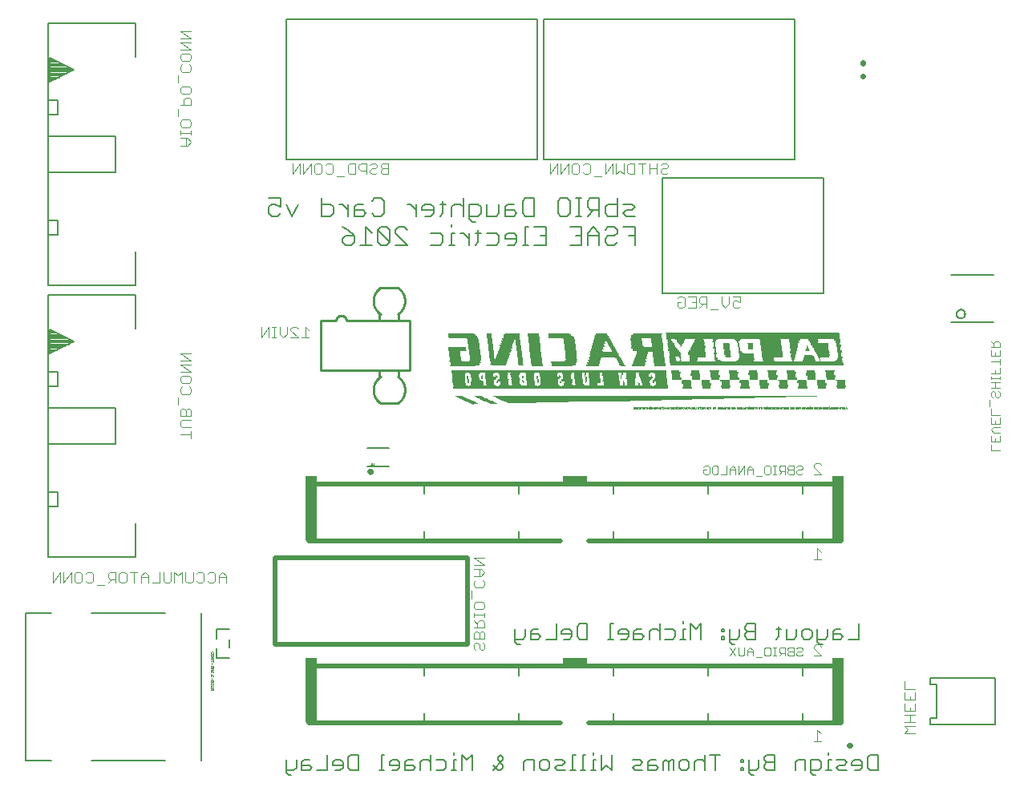
<source format=gbo>
G75*
%MOIN*%
%OFA0B0*%
%FSLAX25Y25*%
%IPPOS*%
%LPD*%
%AMOC8*
5,1,8,0,0,1.08239X$1,22.5*
%
%ADD10C,0.00600*%
%ADD11R,0.00600X0.00300*%
%ADD12R,0.03000X0.00300*%
%ADD13R,0.12000X0.00300*%
%ADD14R,0.25800X0.00300*%
%ADD15R,0.03300X0.00300*%
%ADD16R,0.39300X0.00300*%
%ADD17R,0.52800X0.00300*%
%ADD18R,0.66600X0.00300*%
%ADD19R,0.80100X0.00300*%
%ADD20R,0.93900X0.00300*%
%ADD21R,1.07400X0.00300*%
%ADD22R,1.20900X0.00300*%
%ADD23R,1.34400X0.00300*%
%ADD24R,0.03600X0.00300*%
%ADD25R,0.03900X0.00300*%
%ADD26R,0.89400X0.00300*%
%ADD27R,0.89100X0.00300*%
%ADD28R,0.05700X0.00300*%
%ADD29R,0.37500X0.00300*%
%ADD30R,0.09000X0.00300*%
%ADD31R,0.16200X0.00300*%
%ADD32R,0.11400X0.00300*%
%ADD33R,0.06300X0.00300*%
%ADD34R,0.05100X0.00300*%
%ADD35R,0.06900X0.00300*%
%ADD36R,0.07800X0.00300*%
%ADD37R,0.05400X0.00300*%
%ADD38R,0.04800X0.00300*%
%ADD39R,0.07200X0.00300*%
%ADD40R,0.00300X0.00300*%
%ADD41R,0.04500X0.00300*%
%ADD42R,0.06000X0.00300*%
%ADD43R,0.04200X0.00300*%
%ADD44R,0.07500X0.00300*%
%ADD45R,0.08100X0.00300*%
%ADD46R,0.08400X0.00300*%
%ADD47R,0.01800X0.00300*%
%ADD48R,0.08700X0.00300*%
%ADD49R,0.10500X0.00300*%
%ADD50R,0.71700X0.00300*%
%ADD51R,0.02100X0.00300*%
%ADD52R,0.09600X0.00300*%
%ADD53R,0.09900X0.00300*%
%ADD54R,0.10200X0.00300*%
%ADD55R,0.06600X0.00300*%
%ADD56R,0.12300X0.00300*%
%ADD57R,0.72000X0.00300*%
%ADD58R,0.12600X0.00300*%
%ADD59R,0.12900X0.00300*%
%ADD60R,0.00900X0.00300*%
%ADD61R,0.02400X0.00300*%
%ADD62R,0.02700X0.00300*%
%ADD63R,0.01500X0.00300*%
%ADD64R,0.01200X0.00300*%
%ADD65R,0.11700X0.00300*%
%ADD66R,0.11100X0.00300*%
%ADD67R,0.13200X0.00300*%
%ADD68R,0.09300X0.00300*%
%ADD69C,0.00000*%
%ADD70C,0.01969*%
%ADD71C,0.00300*%
%ADD72C,0.00400*%
%ADD73C,0.00500*%
%ADD74R,0.05000X0.27122*%
%ADD75R,0.05000X0.27122*%
%ADD76R,0.10000X0.03252*%
%ADD77C,0.02200*%
%ADD78C,0.00800*%
%ADD79C,0.01000*%
%ADD80C,0.00100*%
%ADD81C,0.01200*%
D10*
X0109761Y0007232D02*
X0110829Y0006165D01*
X0111897Y0006165D01*
X0112964Y0008300D02*
X0109761Y0008300D01*
X0109761Y0007232D02*
X0109761Y0012570D01*
X0114032Y0012570D02*
X0114032Y0009368D01*
X0112964Y0008300D01*
X0116207Y0008300D02*
X0116207Y0011503D01*
X0117274Y0012570D01*
X0119410Y0012570D01*
X0119410Y0010435D02*
X0116207Y0010435D01*
X0116207Y0008300D02*
X0119410Y0008300D01*
X0120477Y0009368D01*
X0119410Y0010435D01*
X0122652Y0008300D02*
X0126923Y0008300D01*
X0126923Y0014705D01*
X0129098Y0011503D02*
X0129098Y0010435D01*
X0133368Y0010435D01*
X0133368Y0009368D02*
X0133368Y0011503D01*
X0132301Y0012570D01*
X0130165Y0012570D01*
X0129098Y0011503D01*
X0130165Y0008300D02*
X0132301Y0008300D01*
X0133368Y0009368D01*
X0135543Y0009368D02*
X0135543Y0013638D01*
X0136611Y0014705D01*
X0139814Y0014705D01*
X0139814Y0008300D01*
X0136611Y0008300D01*
X0135543Y0009368D01*
X0148421Y0008300D02*
X0150556Y0008300D01*
X0149489Y0008300D02*
X0149489Y0014705D01*
X0150556Y0014705D01*
X0152731Y0011503D02*
X0152731Y0010435D01*
X0157002Y0010435D01*
X0157002Y0009368D02*
X0157002Y0011503D01*
X0155934Y0012570D01*
X0153799Y0012570D01*
X0152731Y0011503D01*
X0153799Y0008300D02*
X0155934Y0008300D01*
X0157002Y0009368D01*
X0159177Y0010435D02*
X0162380Y0010435D01*
X0163447Y0009368D01*
X0162380Y0008300D01*
X0159177Y0008300D01*
X0159177Y0011503D01*
X0160244Y0012570D01*
X0162380Y0012570D01*
X0165622Y0011503D02*
X0165622Y0008300D01*
X0165622Y0011503D02*
X0166690Y0012570D01*
X0168825Y0012570D01*
X0169893Y0011503D01*
X0172068Y0012570D02*
X0175271Y0012570D01*
X0176338Y0011503D01*
X0176338Y0009368D01*
X0175271Y0008300D01*
X0172068Y0008300D01*
X0169893Y0008300D02*
X0169893Y0014705D01*
X0179568Y0014705D02*
X0179568Y0015773D01*
X0179568Y0012570D02*
X0179568Y0008300D01*
X0180635Y0008300D02*
X0178500Y0008300D01*
X0182810Y0008300D02*
X0182810Y0014705D01*
X0184945Y0012570D01*
X0187081Y0014705D01*
X0187081Y0008300D01*
X0180635Y0012570D02*
X0179568Y0012570D01*
X0195701Y0010435D02*
X0197836Y0008300D01*
X0198904Y0008300D01*
X0199972Y0009368D01*
X0199972Y0010435D01*
X0197836Y0012570D01*
X0197836Y0013638D01*
X0198904Y0014705D01*
X0199972Y0013638D01*
X0199972Y0012570D01*
X0195701Y0008300D01*
X0208592Y0008300D02*
X0208592Y0011503D01*
X0209660Y0012570D01*
X0212863Y0012570D01*
X0212863Y0008300D01*
X0215038Y0009368D02*
X0215038Y0011503D01*
X0216105Y0012570D01*
X0218241Y0012570D01*
X0219308Y0011503D01*
X0219308Y0009368D01*
X0218241Y0008300D01*
X0216105Y0008300D01*
X0215038Y0009368D01*
X0221483Y0009368D02*
X0222551Y0010435D01*
X0224686Y0010435D01*
X0225754Y0011503D01*
X0224686Y0012570D01*
X0221483Y0012570D01*
X0221483Y0009368D02*
X0222551Y0008300D01*
X0225754Y0008300D01*
X0227915Y0008300D02*
X0230051Y0008300D01*
X0228983Y0008300D02*
X0228983Y0014705D01*
X0230051Y0014705D01*
X0233280Y0014705D02*
X0233280Y0008300D01*
X0234348Y0008300D02*
X0232212Y0008300D01*
X0236509Y0008300D02*
X0238645Y0008300D01*
X0237577Y0008300D02*
X0237577Y0012570D01*
X0238645Y0012570D01*
X0237577Y0014705D02*
X0237577Y0015773D01*
X0234348Y0014705D02*
X0233280Y0014705D01*
X0240820Y0014705D02*
X0240820Y0008300D01*
X0242955Y0010435D01*
X0245090Y0008300D01*
X0245090Y0014705D01*
X0253711Y0012570D02*
X0256914Y0012570D01*
X0257981Y0011503D01*
X0256914Y0010435D01*
X0254778Y0010435D01*
X0253711Y0009368D01*
X0254778Y0008300D01*
X0257981Y0008300D01*
X0260156Y0008300D02*
X0260156Y0011503D01*
X0261224Y0012570D01*
X0263359Y0012570D01*
X0263359Y0010435D02*
X0260156Y0010435D01*
X0260156Y0008300D02*
X0263359Y0008300D01*
X0264427Y0009368D01*
X0263359Y0010435D01*
X0266602Y0011503D02*
X0266602Y0008300D01*
X0268737Y0008300D02*
X0268737Y0011503D01*
X0267669Y0012570D01*
X0266602Y0011503D01*
X0268737Y0011503D02*
X0269805Y0012570D01*
X0270872Y0012570D01*
X0270872Y0008300D01*
X0273047Y0009368D02*
X0273047Y0011503D01*
X0274115Y0012570D01*
X0276250Y0012570D01*
X0277318Y0011503D01*
X0277318Y0009368D01*
X0276250Y0008300D01*
X0274115Y0008300D01*
X0273047Y0009368D01*
X0279493Y0008300D02*
X0279493Y0011503D01*
X0280560Y0012570D01*
X0282696Y0012570D01*
X0283763Y0011503D01*
X0283763Y0014705D02*
X0283763Y0008300D01*
X0288073Y0008300D02*
X0288073Y0014705D01*
X0285938Y0014705D02*
X0290209Y0014705D01*
X0298809Y0012570D02*
X0298809Y0011503D01*
X0299877Y0011503D01*
X0299877Y0012570D01*
X0298809Y0012570D01*
X0298809Y0009368D02*
X0298809Y0008300D01*
X0299877Y0008300D01*
X0299877Y0009368D01*
X0298809Y0009368D01*
X0302052Y0008300D02*
X0305255Y0008300D01*
X0306322Y0009368D01*
X0306322Y0012570D01*
X0308498Y0012570D02*
X0309565Y0011503D01*
X0312768Y0011503D01*
X0312768Y0014705D02*
X0312768Y0008300D01*
X0309565Y0008300D01*
X0308498Y0009368D01*
X0308498Y0010435D01*
X0309565Y0011503D01*
X0308498Y0012570D02*
X0308498Y0013638D01*
X0309565Y0014705D01*
X0312768Y0014705D01*
X0321388Y0011503D02*
X0321388Y0008300D01*
X0321388Y0011503D02*
X0322456Y0012570D01*
X0325659Y0012570D01*
X0325659Y0008300D01*
X0327834Y0008300D02*
X0331037Y0008300D01*
X0332104Y0009368D01*
X0332104Y0011503D01*
X0331037Y0012570D01*
X0327834Y0012570D01*
X0327834Y0007232D01*
X0328902Y0006165D01*
X0329969Y0006165D01*
X0334266Y0008300D02*
X0336401Y0008300D01*
X0335334Y0008300D02*
X0335334Y0012570D01*
X0336401Y0012570D01*
X0338576Y0012570D02*
X0341779Y0012570D01*
X0342847Y0011503D01*
X0341779Y0010435D01*
X0339644Y0010435D01*
X0338576Y0009368D01*
X0339644Y0008300D01*
X0342847Y0008300D01*
X0345022Y0010435D02*
X0349292Y0010435D01*
X0349292Y0009368D02*
X0349292Y0011503D01*
X0348225Y0012570D01*
X0346090Y0012570D01*
X0345022Y0011503D01*
X0345022Y0010435D01*
X0346090Y0008300D02*
X0348225Y0008300D01*
X0349292Y0009368D01*
X0351467Y0009368D02*
X0351467Y0013638D01*
X0352535Y0014705D01*
X0355738Y0014705D01*
X0355738Y0008300D01*
X0352535Y0008300D01*
X0351467Y0009368D01*
X0335334Y0014705D02*
X0335334Y0015773D01*
X0304187Y0006165D02*
X0303120Y0006165D01*
X0302052Y0007232D01*
X0302052Y0012570D01*
X0296211Y0060665D02*
X0295144Y0060665D01*
X0294076Y0061732D01*
X0294076Y0067070D01*
X0291901Y0067070D02*
X0291901Y0066003D01*
X0290833Y0066003D01*
X0290833Y0067070D01*
X0291901Y0067070D01*
X0291901Y0063868D02*
X0291901Y0062800D01*
X0290833Y0062800D01*
X0290833Y0063868D01*
X0291901Y0063868D01*
X0294076Y0062800D02*
X0297279Y0062800D01*
X0298346Y0063868D01*
X0298346Y0067070D01*
X0300521Y0067070D02*
X0301589Y0066003D01*
X0304792Y0066003D01*
X0304792Y0069205D02*
X0304792Y0062800D01*
X0301589Y0062800D01*
X0300521Y0063868D01*
X0300521Y0064935D01*
X0301589Y0066003D01*
X0300521Y0067070D02*
X0300521Y0068138D01*
X0301589Y0069205D01*
X0304792Y0069205D01*
X0313399Y0067070D02*
X0315534Y0067070D01*
X0314467Y0068138D02*
X0314467Y0063868D01*
X0313399Y0062800D01*
X0317709Y0062800D02*
X0317709Y0067070D01*
X0317709Y0062800D02*
X0320912Y0062800D01*
X0321980Y0063868D01*
X0321980Y0067070D01*
X0324155Y0066003D02*
X0325223Y0067070D01*
X0327358Y0067070D01*
X0328425Y0066003D01*
X0328425Y0063868D01*
X0327358Y0062800D01*
X0325223Y0062800D01*
X0324155Y0063868D01*
X0324155Y0066003D01*
X0330600Y0067070D02*
X0330600Y0061732D01*
X0331668Y0060665D01*
X0332736Y0060665D01*
X0333803Y0062800D02*
X0330600Y0062800D01*
X0333803Y0062800D02*
X0334871Y0063868D01*
X0334871Y0067070D01*
X0337046Y0066003D02*
X0337046Y0062800D01*
X0340249Y0062800D01*
X0341316Y0063868D01*
X0340249Y0064935D01*
X0337046Y0064935D01*
X0337046Y0066003D02*
X0338114Y0067070D01*
X0340249Y0067070D01*
X0343491Y0062800D02*
X0347762Y0062800D01*
X0347762Y0069205D01*
X0282233Y0069205D02*
X0282233Y0062800D01*
X0277962Y0062800D02*
X0277962Y0069205D01*
X0280097Y0067070D01*
X0282233Y0069205D01*
X0275787Y0067070D02*
X0274719Y0067070D01*
X0274719Y0062800D01*
X0273652Y0062800D02*
X0275787Y0062800D01*
X0271490Y0063868D02*
X0271490Y0066003D01*
X0270422Y0067070D01*
X0267220Y0067070D01*
X0265045Y0066003D02*
X0263977Y0067070D01*
X0261842Y0067070D01*
X0260774Y0066003D01*
X0260774Y0062800D01*
X0258599Y0063868D02*
X0257531Y0064935D01*
X0254329Y0064935D01*
X0254329Y0066003D02*
X0254329Y0062800D01*
X0257531Y0062800D01*
X0258599Y0063868D01*
X0257531Y0067070D02*
X0255396Y0067070D01*
X0254329Y0066003D01*
X0252154Y0066003D02*
X0251086Y0067070D01*
X0248951Y0067070D01*
X0247883Y0066003D01*
X0247883Y0064935D01*
X0252154Y0064935D01*
X0252154Y0063868D02*
X0252154Y0066003D01*
X0252154Y0063868D02*
X0251086Y0062800D01*
X0248951Y0062800D01*
X0245708Y0062800D02*
X0243573Y0062800D01*
X0244640Y0062800D02*
X0244640Y0069205D01*
X0245708Y0069205D01*
X0234966Y0069205D02*
X0234966Y0062800D01*
X0231763Y0062800D01*
X0230695Y0063868D01*
X0230695Y0068138D01*
X0231763Y0069205D01*
X0234966Y0069205D01*
X0228520Y0066003D02*
X0228520Y0063868D01*
X0227452Y0062800D01*
X0225317Y0062800D01*
X0224250Y0064935D02*
X0228520Y0064935D01*
X0228520Y0066003D02*
X0227452Y0067070D01*
X0225317Y0067070D01*
X0224250Y0066003D01*
X0224250Y0064935D01*
X0222075Y0062800D02*
X0217804Y0062800D01*
X0215629Y0063868D02*
X0214561Y0064935D01*
X0211359Y0064935D01*
X0211359Y0066003D02*
X0211359Y0062800D01*
X0214561Y0062800D01*
X0215629Y0063868D01*
X0214561Y0067070D02*
X0212426Y0067070D01*
X0211359Y0066003D01*
X0209184Y0067070D02*
X0209184Y0063868D01*
X0208116Y0062800D01*
X0204913Y0062800D01*
X0204913Y0061732D02*
X0205981Y0060665D01*
X0207048Y0060665D01*
X0204913Y0061732D02*
X0204913Y0067070D01*
X0222075Y0069205D02*
X0222075Y0062800D01*
X0265045Y0062800D02*
X0265045Y0069205D01*
X0267220Y0062800D02*
X0270422Y0062800D01*
X0271490Y0063868D01*
X0274719Y0069205D02*
X0274719Y0070273D01*
X0386050Y0194600D02*
X0404025Y0194600D01*
X0388438Y0198100D02*
X0388440Y0198184D01*
X0388446Y0198269D01*
X0388456Y0198352D01*
X0388470Y0198436D01*
X0388487Y0198518D01*
X0388509Y0198600D01*
X0388534Y0198680D01*
X0388563Y0198759D01*
X0388596Y0198837D01*
X0388632Y0198913D01*
X0388672Y0198988D01*
X0388716Y0199060D01*
X0388762Y0199131D01*
X0388812Y0199199D01*
X0388865Y0199264D01*
X0388921Y0199327D01*
X0388980Y0199388D01*
X0389042Y0199445D01*
X0389106Y0199500D01*
X0389173Y0199551D01*
X0389242Y0199600D01*
X0389314Y0199645D01*
X0389387Y0199686D01*
X0389462Y0199724D01*
X0389539Y0199759D01*
X0389618Y0199790D01*
X0389698Y0199817D01*
X0389779Y0199840D01*
X0389861Y0199860D01*
X0389944Y0199876D01*
X0390027Y0199888D01*
X0390112Y0199896D01*
X0390196Y0199900D01*
X0390280Y0199900D01*
X0390364Y0199896D01*
X0390449Y0199888D01*
X0390532Y0199876D01*
X0390615Y0199860D01*
X0390697Y0199840D01*
X0390778Y0199817D01*
X0390858Y0199790D01*
X0390937Y0199759D01*
X0391014Y0199724D01*
X0391089Y0199686D01*
X0391162Y0199645D01*
X0391234Y0199600D01*
X0391303Y0199551D01*
X0391370Y0199500D01*
X0391434Y0199445D01*
X0391496Y0199388D01*
X0391555Y0199327D01*
X0391611Y0199264D01*
X0391664Y0199199D01*
X0391714Y0199131D01*
X0391760Y0199060D01*
X0391804Y0198988D01*
X0391844Y0198913D01*
X0391880Y0198837D01*
X0391913Y0198759D01*
X0391942Y0198680D01*
X0391967Y0198600D01*
X0391989Y0198518D01*
X0392006Y0198436D01*
X0392020Y0198352D01*
X0392030Y0198269D01*
X0392036Y0198184D01*
X0392038Y0198100D01*
X0392036Y0198016D01*
X0392030Y0197931D01*
X0392020Y0197848D01*
X0392006Y0197764D01*
X0391989Y0197682D01*
X0391967Y0197600D01*
X0391942Y0197520D01*
X0391913Y0197441D01*
X0391880Y0197363D01*
X0391844Y0197287D01*
X0391804Y0197212D01*
X0391760Y0197140D01*
X0391714Y0197069D01*
X0391664Y0197001D01*
X0391611Y0196936D01*
X0391555Y0196873D01*
X0391496Y0196812D01*
X0391434Y0196755D01*
X0391370Y0196700D01*
X0391303Y0196649D01*
X0391234Y0196600D01*
X0391162Y0196555D01*
X0391089Y0196514D01*
X0391014Y0196476D01*
X0390937Y0196441D01*
X0390858Y0196410D01*
X0390778Y0196383D01*
X0390697Y0196360D01*
X0390615Y0196340D01*
X0390532Y0196324D01*
X0390449Y0196312D01*
X0390364Y0196304D01*
X0390280Y0196300D01*
X0390196Y0196300D01*
X0390112Y0196304D01*
X0390027Y0196312D01*
X0389944Y0196324D01*
X0389861Y0196340D01*
X0389779Y0196360D01*
X0389698Y0196383D01*
X0389618Y0196410D01*
X0389539Y0196441D01*
X0389462Y0196476D01*
X0389387Y0196514D01*
X0389314Y0196555D01*
X0389242Y0196600D01*
X0389173Y0196649D01*
X0389106Y0196700D01*
X0389042Y0196755D01*
X0388980Y0196812D01*
X0388921Y0196873D01*
X0388865Y0196936D01*
X0388812Y0197001D01*
X0388762Y0197069D01*
X0388716Y0197140D01*
X0388672Y0197212D01*
X0388632Y0197287D01*
X0388596Y0197363D01*
X0388563Y0197441D01*
X0388534Y0197520D01*
X0388509Y0197600D01*
X0388487Y0197682D01*
X0388470Y0197764D01*
X0388456Y0197848D01*
X0388446Y0197931D01*
X0388440Y0198016D01*
X0388438Y0198100D01*
X0386050Y0214400D02*
X0404025Y0214400D01*
X0254738Y0226800D02*
X0254738Y0234206D01*
X0249800Y0234206D01*
X0247372Y0232972D02*
X0247372Y0231738D01*
X0246137Y0230503D01*
X0243668Y0230503D01*
X0242434Y0229269D01*
X0242434Y0228034D01*
X0243668Y0226800D01*
X0246137Y0226800D01*
X0247372Y0228034D01*
X0252269Y0230503D02*
X0254738Y0230503D01*
X0247372Y0232972D02*
X0246137Y0234206D01*
X0243668Y0234206D01*
X0242434Y0232972D01*
X0240005Y0231738D02*
X0237536Y0234206D01*
X0235068Y0231738D01*
X0235068Y0226800D01*
X0232639Y0226800D02*
X0227701Y0226800D01*
X0230170Y0230503D02*
X0232639Y0230503D01*
X0235068Y0230503D02*
X0240005Y0230503D01*
X0240005Y0231738D02*
X0240005Y0226800D01*
X0232639Y0226800D02*
X0232639Y0234206D01*
X0227701Y0234206D01*
X0226494Y0238800D02*
X0224025Y0238800D01*
X0222791Y0240034D01*
X0222791Y0244972D01*
X0224025Y0246206D01*
X0226494Y0246206D01*
X0227728Y0244972D01*
X0227728Y0240034D01*
X0226494Y0238800D01*
X0230170Y0238800D02*
X0232639Y0238800D01*
X0231405Y0238800D02*
X0231405Y0246206D01*
X0232639Y0246206D02*
X0230170Y0246206D01*
X0235068Y0244972D02*
X0235068Y0242503D01*
X0236302Y0241269D01*
X0240005Y0241269D01*
X0237536Y0241269D02*
X0235068Y0238800D01*
X0240005Y0238800D02*
X0240005Y0246206D01*
X0236302Y0246206D01*
X0235068Y0244972D01*
X0242434Y0242503D02*
X0243668Y0243738D01*
X0247372Y0243738D01*
X0249800Y0243738D02*
X0253503Y0243738D01*
X0254738Y0242503D01*
X0253503Y0241269D01*
X0251035Y0241269D01*
X0249800Y0240034D01*
X0251035Y0238800D01*
X0254738Y0238800D01*
X0247372Y0238800D02*
X0243668Y0238800D01*
X0242434Y0240034D01*
X0242434Y0242503D01*
X0247372Y0246206D02*
X0247372Y0238800D01*
X0217906Y0234206D02*
X0217906Y0226800D01*
X0212969Y0226800D01*
X0210540Y0226800D02*
X0208071Y0226800D01*
X0209306Y0226800D02*
X0209306Y0234206D01*
X0210540Y0234206D01*
X0212969Y0234206D02*
X0217906Y0234206D01*
X0217906Y0230503D02*
X0215438Y0230503D01*
X0212995Y0238800D02*
X0209292Y0238800D01*
X0208058Y0240034D01*
X0208058Y0244972D01*
X0209292Y0246206D01*
X0212995Y0246206D01*
X0212995Y0238800D01*
X0205629Y0240034D02*
X0204395Y0241269D01*
X0200692Y0241269D01*
X0200692Y0242503D02*
X0200692Y0238800D01*
X0204395Y0238800D01*
X0205629Y0240034D01*
X0204395Y0243738D02*
X0201926Y0243738D01*
X0200692Y0242503D01*
X0198263Y0243738D02*
X0198263Y0240034D01*
X0197029Y0238800D01*
X0193325Y0238800D01*
X0193325Y0243738D01*
X0190897Y0242503D02*
X0190897Y0240034D01*
X0189662Y0238800D01*
X0185959Y0238800D01*
X0185959Y0237566D02*
X0185959Y0243738D01*
X0189662Y0243738D01*
X0190897Y0242503D01*
X0188428Y0236331D02*
X0187193Y0236331D01*
X0185959Y0237566D01*
X0183530Y0238800D02*
X0183530Y0246206D01*
X0182296Y0243738D02*
X0179827Y0243738D01*
X0178593Y0242503D01*
X0178593Y0238800D01*
X0178613Y0235441D02*
X0178613Y0234206D01*
X0178613Y0231738D02*
X0178613Y0226800D01*
X0179847Y0226800D02*
X0177378Y0226800D01*
X0174936Y0228034D02*
X0174936Y0230503D01*
X0173702Y0231738D01*
X0169999Y0231738D01*
X0169999Y0226800D02*
X0173702Y0226800D01*
X0174936Y0228034D01*
X0178613Y0231738D02*
X0179847Y0231738D01*
X0182283Y0231738D02*
X0183517Y0231738D01*
X0185986Y0229269D01*
X0185986Y0226800D02*
X0185986Y0231738D01*
X0188428Y0231738D02*
X0190897Y0231738D01*
X0189662Y0232972D02*
X0189662Y0228034D01*
X0188428Y0226800D01*
X0193325Y0226800D02*
X0197029Y0226800D01*
X0198263Y0228034D01*
X0198263Y0230503D01*
X0197029Y0231738D01*
X0193325Y0231738D01*
X0200692Y0230503D02*
X0200692Y0229269D01*
X0205629Y0229269D01*
X0205629Y0230503D02*
X0204395Y0231738D01*
X0201926Y0231738D01*
X0200692Y0230503D01*
X0201926Y0226800D02*
X0204395Y0226800D01*
X0205629Y0228034D01*
X0205629Y0230503D01*
X0183530Y0242503D02*
X0182296Y0243738D01*
X0176164Y0243738D02*
X0173695Y0243738D01*
X0174930Y0244972D02*
X0174930Y0240034D01*
X0173695Y0238800D01*
X0171253Y0240034D02*
X0171253Y0242503D01*
X0170019Y0243738D01*
X0167550Y0243738D01*
X0166316Y0242503D01*
X0166316Y0241269D01*
X0171253Y0241269D01*
X0171253Y0240034D02*
X0170019Y0238800D01*
X0167550Y0238800D01*
X0163887Y0238800D02*
X0163887Y0243738D01*
X0161418Y0243738D02*
X0160184Y0243738D01*
X0161418Y0243738D02*
X0163887Y0241269D01*
X0158969Y0234206D02*
X0156501Y0234206D01*
X0155266Y0232972D01*
X0155266Y0231738D01*
X0160204Y0226800D01*
X0155266Y0226800D01*
X0152837Y0228034D02*
X0147900Y0232972D01*
X0147900Y0228034D01*
X0149134Y0226800D01*
X0151603Y0226800D01*
X0152837Y0228034D01*
X0152837Y0232972D01*
X0151603Y0234206D01*
X0149134Y0234206D01*
X0147900Y0232972D01*
X0145471Y0231738D02*
X0143002Y0234206D01*
X0143002Y0226800D01*
X0140534Y0226800D02*
X0145471Y0226800D01*
X0138105Y0228034D02*
X0136870Y0226800D01*
X0134402Y0226800D01*
X0133167Y0228034D01*
X0133167Y0229269D01*
X0134402Y0230503D01*
X0138105Y0230503D01*
X0138105Y0228034D01*
X0138105Y0230503D02*
X0135636Y0232972D01*
X0133167Y0234206D01*
X0135649Y0238800D02*
X0135649Y0243738D01*
X0133181Y0243738D02*
X0131946Y0243738D01*
X0133181Y0243738D02*
X0135649Y0241269D01*
X0138078Y0241269D02*
X0141781Y0241269D01*
X0143016Y0240034D01*
X0141781Y0238800D01*
X0138078Y0238800D01*
X0138078Y0242503D01*
X0139313Y0243738D01*
X0141781Y0243738D01*
X0145444Y0244972D02*
X0146679Y0246206D01*
X0149148Y0246206D01*
X0150382Y0244972D01*
X0150382Y0240034D01*
X0149148Y0238800D01*
X0146679Y0238800D01*
X0145444Y0240034D01*
X0158969Y0234206D02*
X0160204Y0232972D01*
X0129511Y0240034D02*
X0129511Y0242503D01*
X0128276Y0243738D01*
X0124573Y0243738D01*
X0124573Y0246206D02*
X0124573Y0238800D01*
X0128276Y0238800D01*
X0129511Y0240034D01*
X0114778Y0243738D02*
X0112310Y0238800D01*
X0109841Y0243738D01*
X0107412Y0242503D02*
X0104943Y0243738D01*
X0103709Y0243738D01*
X0102474Y0242503D01*
X0102474Y0240034D01*
X0103709Y0238800D01*
X0106178Y0238800D01*
X0107412Y0240034D01*
X0107412Y0242503D02*
X0107412Y0246206D01*
X0102474Y0246206D01*
D11*
X0185288Y0172000D03*
X0185288Y0171700D03*
X0185288Y0171400D03*
X0185288Y0171100D03*
X0185588Y0170500D03*
X0185588Y0170200D03*
X0185588Y0169900D03*
X0185588Y0169600D03*
X0185588Y0169300D03*
X0191288Y0171100D03*
X0191288Y0171400D03*
X0191288Y0171700D03*
X0191288Y0172000D03*
X0197288Y0172000D03*
X0197588Y0169600D03*
X0197588Y0169300D03*
X0208088Y0169900D03*
X0208388Y0169600D03*
X0208088Y0171400D03*
X0208088Y0171700D03*
X0208088Y0172000D03*
X0214088Y0172000D03*
X0214088Y0171700D03*
X0214088Y0171400D03*
X0214388Y0170800D03*
X0214388Y0170500D03*
X0214388Y0170200D03*
X0214388Y0169900D03*
X0214388Y0169600D03*
X0223988Y0169600D03*
X0223988Y0169300D03*
X0223688Y0172000D03*
X0234188Y0172600D03*
X0234188Y0172900D03*
X0234188Y0173200D03*
X0234488Y0171700D03*
X0234488Y0171400D03*
X0234488Y0171100D03*
X0234488Y0170800D03*
X0234488Y0170500D03*
X0234488Y0170200D03*
X0234488Y0169900D03*
X0249488Y0172600D03*
X0249488Y0172900D03*
X0249488Y0173200D03*
X0250088Y0169300D03*
X0250088Y0169000D03*
X0250088Y0168700D03*
X0250088Y0168400D03*
X0256388Y0168400D03*
X0256388Y0168700D03*
X0256388Y0169000D03*
X0262388Y0169300D03*
X0262388Y0169600D03*
X0273788Y0178600D03*
X0273788Y0179500D03*
X0273488Y0180100D03*
X0274088Y0184600D03*
X0297788Y0185500D03*
X0297788Y0185800D03*
X0298088Y0184000D03*
X0298088Y0183700D03*
X0298088Y0183400D03*
X0298088Y0183100D03*
X0331388Y0179800D03*
X0187688Y0160300D03*
D12*
X0187688Y0160900D03*
X0188288Y0160600D03*
X0189788Y0163600D03*
X0190388Y0163300D03*
X0190988Y0163000D03*
X0194888Y0161200D03*
X0195488Y0160900D03*
X0196088Y0160600D03*
X0183788Y0162700D03*
X0183188Y0163000D03*
X0182588Y0163300D03*
X0181988Y0163600D03*
X0270788Y0178300D03*
X0270188Y0184300D03*
X0270188Y0184600D03*
X0269888Y0184900D03*
X0273788Y0186400D03*
X0273788Y0186700D03*
X0279188Y0178300D03*
X0320888Y0183700D03*
X0339488Y0178300D03*
D13*
X0241988Y0181000D03*
X0207788Y0160900D03*
X0184088Y0176800D03*
X0183488Y0187900D03*
X0183188Y0188500D03*
D14*
X0214088Y0161200D03*
D15*
X0211238Y0170200D03*
X0211238Y0170500D03*
X0211238Y0170800D03*
X0211238Y0171100D03*
X0205238Y0169300D03*
X0205238Y0169000D03*
X0204938Y0171700D03*
X0194138Y0161500D03*
X0193538Y0161800D03*
X0192938Y0162100D03*
X0192338Y0162400D03*
X0191738Y0162700D03*
X0186938Y0161200D03*
X0186338Y0161500D03*
X0185738Y0161800D03*
X0185138Y0162100D03*
X0184538Y0162400D03*
X0188438Y0170800D03*
X0188438Y0171100D03*
X0188438Y0171400D03*
X0188138Y0172000D03*
X0188138Y0172300D03*
X0227138Y0169600D03*
X0227138Y0169300D03*
X0231638Y0169300D03*
X0231638Y0169000D03*
X0231338Y0171100D03*
X0231338Y0171400D03*
X0231338Y0171700D03*
X0231338Y0172000D03*
X0237638Y0169000D03*
X0237638Y0168700D03*
X0253238Y0168400D03*
X0259238Y0169300D03*
X0259238Y0169600D03*
X0259538Y0168700D03*
X0270338Y0184000D03*
X0279038Y0179800D03*
X0279038Y0179500D03*
X0279038Y0179200D03*
X0279038Y0178900D03*
X0279038Y0178600D03*
X0320738Y0184000D03*
X0320738Y0184300D03*
X0320738Y0184600D03*
D16*
X0220238Y0161500D03*
D17*
X0226388Y0161800D03*
D18*
X0232388Y0162100D03*
D19*
X0238538Y0162400D03*
D20*
X0244838Y0162700D03*
D21*
X0250988Y0163000D03*
D22*
X0257138Y0163300D03*
D23*
X0263288Y0163600D03*
D24*
X0259688Y0168400D03*
X0259388Y0169000D03*
X0259088Y0169900D03*
X0253088Y0169900D03*
X0253088Y0170200D03*
X0253088Y0170500D03*
X0253088Y0170800D03*
X0253088Y0169600D03*
X0253088Y0169300D03*
X0253088Y0169000D03*
X0253088Y0168700D03*
X0237488Y0168400D03*
X0231788Y0168700D03*
X0231488Y0169600D03*
X0231488Y0169900D03*
X0231488Y0170200D03*
X0231488Y0170500D03*
X0231488Y0170800D03*
X0231188Y0172300D03*
X0231188Y0172600D03*
X0231188Y0172900D03*
X0231188Y0173200D03*
X0226688Y0172600D03*
X0226688Y0172300D03*
X0226688Y0172000D03*
X0226688Y0171700D03*
X0226688Y0171400D03*
X0226688Y0171100D03*
X0226988Y0169000D03*
X0226988Y0168700D03*
X0211688Y0168700D03*
X0211688Y0168400D03*
X0211388Y0169000D03*
X0211388Y0169300D03*
X0211388Y0169600D03*
X0211388Y0169900D03*
X0211088Y0171400D03*
X0211088Y0171700D03*
X0211088Y0172000D03*
X0211088Y0172300D03*
X0211088Y0172600D03*
X0211088Y0172900D03*
X0205088Y0171400D03*
X0205088Y0171100D03*
X0205088Y0170500D03*
X0205088Y0170200D03*
X0205088Y0169900D03*
X0205088Y0169600D03*
X0205388Y0168700D03*
X0204788Y0172000D03*
X0204788Y0172300D03*
X0200288Y0172300D03*
X0200288Y0172600D03*
X0200288Y0172000D03*
X0200288Y0171700D03*
X0200288Y0171400D03*
X0200288Y0171100D03*
X0200588Y0169600D03*
X0200588Y0169300D03*
X0200588Y0169000D03*
X0200588Y0168700D03*
X0194888Y0168400D03*
X0194588Y0168700D03*
X0194588Y0169000D03*
X0194588Y0169300D03*
X0194588Y0169600D03*
X0194588Y0169900D03*
X0194588Y0170200D03*
X0194588Y0170500D03*
X0194288Y0172000D03*
X0194288Y0172300D03*
X0194288Y0172600D03*
X0194288Y0172900D03*
X0188288Y0172600D03*
X0188288Y0171700D03*
X0188588Y0170500D03*
X0270488Y0183700D03*
X0273788Y0187000D03*
X0281588Y0187300D03*
X0279788Y0174400D03*
X0279788Y0174100D03*
X0279788Y0173800D03*
X0279788Y0173500D03*
X0279788Y0173200D03*
X0280088Y0172000D03*
X0280088Y0171700D03*
X0280088Y0171400D03*
X0280088Y0171100D03*
X0280088Y0170800D03*
X0276188Y0170200D03*
X0276488Y0168700D03*
X0276488Y0168400D03*
X0276488Y0168100D03*
X0276488Y0167800D03*
X0276488Y0167500D03*
X0271988Y0171700D03*
X0271988Y0172000D03*
X0271988Y0172300D03*
X0271988Y0172600D03*
X0271988Y0172900D03*
X0271688Y0174100D03*
X0271688Y0174400D03*
X0284288Y0170200D03*
X0284288Y0169900D03*
X0284288Y0169600D03*
X0284288Y0169300D03*
X0284588Y0168100D03*
X0284588Y0167800D03*
X0284588Y0167500D03*
X0284588Y0167200D03*
X0284588Y0166900D03*
X0292388Y0168400D03*
X0292388Y0168700D03*
X0292388Y0169000D03*
X0292388Y0169300D03*
X0292388Y0169600D03*
X0292688Y0167200D03*
X0292688Y0166900D03*
X0300488Y0167800D03*
X0300488Y0168100D03*
X0300488Y0168400D03*
X0300488Y0168700D03*
X0300488Y0169000D03*
X0300188Y0170200D03*
X0304088Y0170800D03*
X0304088Y0171100D03*
X0304088Y0171400D03*
X0304088Y0171700D03*
X0304088Y0172000D03*
X0304088Y0172300D03*
X0303788Y0173500D03*
X0303788Y0173800D03*
X0303788Y0174100D03*
X0303788Y0174400D03*
X0308288Y0170200D03*
X0308288Y0169900D03*
X0308288Y0169600D03*
X0308288Y0169300D03*
X0308588Y0168100D03*
X0308588Y0167800D03*
X0308588Y0167500D03*
X0308588Y0167200D03*
X0308588Y0166900D03*
X0312188Y0170800D03*
X0312188Y0171100D03*
X0312188Y0171400D03*
X0311888Y0172600D03*
X0311888Y0172900D03*
X0311888Y0173200D03*
X0311888Y0173500D03*
X0311888Y0173800D03*
X0316388Y0169900D03*
X0316388Y0169600D03*
X0316388Y0169300D03*
X0316388Y0169000D03*
X0316388Y0168700D03*
X0316688Y0167500D03*
X0316688Y0167200D03*
X0316688Y0166900D03*
X0319988Y0171700D03*
X0319988Y0172000D03*
X0319988Y0172300D03*
X0319988Y0172600D03*
X0319988Y0172900D03*
X0319688Y0174100D03*
X0319688Y0174400D03*
X0324188Y0170200D03*
X0324488Y0169000D03*
X0324488Y0168700D03*
X0324488Y0168400D03*
X0324488Y0168100D03*
X0324488Y0167800D03*
X0328088Y0170800D03*
X0328088Y0171100D03*
X0328088Y0171400D03*
X0328088Y0171700D03*
X0328088Y0172000D03*
X0327788Y0173500D03*
X0327788Y0173800D03*
X0327788Y0174100D03*
X0327788Y0174400D03*
X0332288Y0170200D03*
X0332288Y0169900D03*
X0332288Y0169600D03*
X0332288Y0169300D03*
X0332588Y0168100D03*
X0332588Y0167800D03*
X0332588Y0167500D03*
X0332588Y0167200D03*
X0332588Y0166900D03*
X0336188Y0170800D03*
X0336188Y0171100D03*
X0336188Y0171400D03*
X0335888Y0172600D03*
X0335888Y0172900D03*
X0335888Y0173200D03*
X0335888Y0173500D03*
X0335888Y0173800D03*
X0340388Y0169900D03*
X0340388Y0169600D03*
X0340388Y0169300D03*
X0340388Y0169000D03*
X0340388Y0168700D03*
X0340388Y0168400D03*
X0340688Y0167200D03*
X0340688Y0166900D03*
X0326888Y0180700D03*
X0329288Y0186100D03*
X0329288Y0186400D03*
X0320888Y0185800D03*
X0320888Y0185500D03*
X0320888Y0185200D03*
X0320888Y0184900D03*
X0295688Y0174400D03*
X0295688Y0174100D03*
X0295988Y0172900D03*
X0295988Y0172600D03*
X0295988Y0172300D03*
X0295988Y0172000D03*
X0295988Y0171700D03*
X0288188Y0171400D03*
X0288188Y0171100D03*
X0288188Y0170800D03*
X0287888Y0172600D03*
X0287888Y0172900D03*
X0287888Y0173200D03*
X0287888Y0173500D03*
X0287888Y0173800D03*
D25*
X0287738Y0174100D03*
X0287738Y0174400D03*
X0288038Y0172300D03*
X0288038Y0172000D03*
X0288038Y0171700D03*
X0292238Y0170200D03*
X0292238Y0169900D03*
X0292538Y0168100D03*
X0292538Y0167800D03*
X0292538Y0167500D03*
X0296138Y0170800D03*
X0296138Y0171100D03*
X0296138Y0171400D03*
X0295838Y0173200D03*
X0295838Y0173500D03*
X0295838Y0173800D03*
X0300338Y0169900D03*
X0300338Y0169600D03*
X0300338Y0169300D03*
X0300638Y0167500D03*
X0300638Y0167200D03*
X0300638Y0166900D03*
X0303938Y0172600D03*
X0303938Y0172900D03*
X0303938Y0173200D03*
X0308438Y0169000D03*
X0308438Y0168700D03*
X0308438Y0168400D03*
X0312038Y0171700D03*
X0312038Y0172000D03*
X0312038Y0172300D03*
X0311738Y0174100D03*
X0311738Y0174400D03*
X0316238Y0170200D03*
X0316538Y0168400D03*
X0316538Y0168100D03*
X0316538Y0167800D03*
X0320138Y0170800D03*
X0320138Y0171100D03*
X0320138Y0171400D03*
X0319838Y0173200D03*
X0319838Y0173500D03*
X0319838Y0173800D03*
X0324338Y0169900D03*
X0324338Y0169600D03*
X0324338Y0169300D03*
X0324638Y0167500D03*
X0324638Y0167200D03*
X0324638Y0166900D03*
X0327938Y0172300D03*
X0327938Y0172600D03*
X0327938Y0172900D03*
X0327938Y0173200D03*
X0332438Y0169000D03*
X0332438Y0168700D03*
X0332438Y0168400D03*
X0336038Y0171700D03*
X0336038Y0172000D03*
X0336038Y0172300D03*
X0335738Y0174100D03*
X0335738Y0174400D03*
X0340238Y0170200D03*
X0340538Y0168100D03*
X0340538Y0167800D03*
X0340538Y0167500D03*
X0327038Y0180100D03*
X0327038Y0180400D03*
X0329138Y0186700D03*
X0321038Y0186100D03*
X0284438Y0169000D03*
X0284438Y0168700D03*
X0284438Y0168400D03*
X0279938Y0172300D03*
X0279938Y0172600D03*
X0279938Y0172900D03*
X0276338Y0169900D03*
X0276338Y0169600D03*
X0276338Y0169300D03*
X0276338Y0169000D03*
X0276638Y0167200D03*
X0276638Y0166900D03*
X0272138Y0170800D03*
X0272138Y0171100D03*
X0272138Y0171400D03*
X0271838Y0173200D03*
X0271838Y0173500D03*
X0271838Y0173800D03*
X0270638Y0183100D03*
X0270638Y0183400D03*
X0273638Y0187300D03*
X0258638Y0172600D03*
X0258638Y0172300D03*
X0258638Y0172000D03*
X0259238Y0170500D03*
X0259238Y0170200D03*
X0252938Y0171100D03*
X0231938Y0168400D03*
X0227138Y0168400D03*
X0226538Y0172900D03*
X0211238Y0173200D03*
X0204938Y0172900D03*
X0204938Y0172600D03*
X0205238Y0170800D03*
X0205538Y0168400D03*
X0200438Y0168400D03*
X0200138Y0172900D03*
X0194438Y0173200D03*
X0194738Y0170800D03*
X0188738Y0170200D03*
X0188138Y0172900D03*
D26*
X0223088Y0173800D03*
X0223088Y0174100D03*
X0223088Y0174400D03*
X0223988Y0167200D03*
X0223988Y0166900D03*
D27*
X0223838Y0167500D03*
X0223838Y0167800D03*
X0223238Y0173500D03*
D28*
X0240938Y0188500D03*
X0265238Y0170200D03*
X0265538Y0168100D03*
X0281138Y0184000D03*
X0281138Y0184300D03*
X0332738Y0181900D03*
X0181538Y0173200D03*
D29*
X0243338Y0168100D03*
D30*
X0219188Y0168100D03*
D31*
X0206288Y0168100D03*
D32*
X0191588Y0168100D03*
X0183788Y0176500D03*
X0182888Y0189100D03*
X0241988Y0181600D03*
X0261188Y0182200D03*
D33*
X0280838Y0182800D03*
X0280838Y0183100D03*
X0301238Y0180400D03*
X0301238Y0180100D03*
X0301238Y0179800D03*
X0301238Y0179500D03*
X0332138Y0183400D03*
X0332138Y0183700D03*
X0332438Y0182800D03*
X0240938Y0187900D03*
X0203738Y0189700D03*
X0198038Y0176800D03*
X0198038Y0176500D03*
X0182438Y0168100D03*
D34*
X0181838Y0168700D03*
X0181838Y0169000D03*
X0181538Y0169900D03*
X0181538Y0170200D03*
X0181538Y0170500D03*
X0181538Y0170800D03*
X0181538Y0171100D03*
X0189338Y0169600D03*
X0189338Y0169300D03*
X0189338Y0169000D03*
X0189338Y0168700D03*
X0195038Y0171700D03*
X0199238Y0178600D03*
X0199238Y0178900D03*
X0199538Y0179200D03*
X0199538Y0179500D03*
X0199538Y0179800D03*
X0199838Y0180100D03*
X0199838Y0180400D03*
X0199838Y0180700D03*
X0200138Y0181000D03*
X0200138Y0181300D03*
X0200438Y0181900D03*
X0200438Y0182200D03*
X0200738Y0182800D03*
X0200738Y0183100D03*
X0201038Y0183700D03*
X0201038Y0184000D03*
X0201338Y0184600D03*
X0201338Y0184900D03*
X0201638Y0185500D03*
X0201638Y0185800D03*
X0201938Y0186400D03*
X0201938Y0186700D03*
X0202238Y0187300D03*
X0202238Y0187600D03*
X0180338Y0178300D03*
X0228038Y0178300D03*
X0237338Y0176500D03*
X0237338Y0176200D03*
X0237638Y0177400D03*
X0237638Y0177700D03*
X0237938Y0178600D03*
X0238238Y0179500D03*
X0238238Y0179800D03*
X0238838Y0182200D03*
X0239138Y0183400D03*
X0239438Y0184300D03*
X0239438Y0184600D03*
X0239738Y0185500D03*
X0239738Y0185800D03*
X0240038Y0186700D03*
X0255938Y0184300D03*
X0257138Y0179200D03*
X0256838Y0178300D03*
X0256838Y0178000D03*
X0256538Y0177400D03*
X0256538Y0177100D03*
X0256238Y0176500D03*
X0256238Y0176200D03*
X0259538Y0171700D03*
X0259538Y0171400D03*
X0265238Y0173200D03*
X0265538Y0171100D03*
X0265538Y0170800D03*
X0265838Y0168400D03*
X0281138Y0184600D03*
X0281138Y0184900D03*
X0327338Y0178600D03*
X0333038Y0180700D03*
X0333038Y0181000D03*
D35*
X0331838Y0184300D03*
X0331838Y0184600D03*
X0331238Y0185800D03*
X0300938Y0178600D03*
X0280838Y0180100D03*
X0280838Y0180400D03*
X0280838Y0180700D03*
X0244838Y0172000D03*
X0244838Y0171700D03*
X0244838Y0171400D03*
X0244838Y0171100D03*
X0244838Y0170800D03*
X0244838Y0170500D03*
X0244838Y0170200D03*
X0245138Y0169600D03*
X0245138Y0169300D03*
X0245138Y0169000D03*
X0245138Y0168700D03*
X0245138Y0168400D03*
X0244538Y0172600D03*
X0244538Y0172900D03*
X0244538Y0173200D03*
X0203438Y0187900D03*
X0203438Y0188200D03*
X0203438Y0188500D03*
X0198038Y0178000D03*
X0198038Y0177700D03*
X0198038Y0177400D03*
D36*
X0219488Y0171100D03*
X0219188Y0168400D03*
D37*
X0240788Y0188800D03*
X0240788Y0189100D03*
X0265388Y0170500D03*
X0327188Y0178300D03*
X0332888Y0181300D03*
X0332888Y0181600D03*
X0189188Y0168400D03*
X0181988Y0168400D03*
X0181688Y0169300D03*
X0181688Y0169600D03*
X0181388Y0171400D03*
X0181388Y0171700D03*
X0181388Y0172000D03*
X0181388Y0172300D03*
X0181388Y0172600D03*
X0181388Y0172900D03*
D38*
X0189188Y0169900D03*
X0194888Y0171400D03*
X0199988Y0170200D03*
X0199988Y0169900D03*
X0188288Y0178300D03*
X0188288Y0181000D03*
X0188288Y0181300D03*
X0187988Y0183400D03*
X0187988Y0183700D03*
X0187688Y0185800D03*
X0187688Y0186100D03*
X0187688Y0186400D03*
X0179888Y0181300D03*
X0179888Y0181000D03*
X0179888Y0180700D03*
X0179888Y0180400D03*
X0180188Y0178900D03*
X0180188Y0178600D03*
X0200288Y0181600D03*
X0200588Y0182500D03*
X0200888Y0183400D03*
X0201188Y0184300D03*
X0201488Y0185200D03*
X0201788Y0186100D03*
X0202088Y0187000D03*
X0212588Y0188500D03*
X0212588Y0188800D03*
X0212588Y0189100D03*
X0212588Y0189400D03*
X0212888Y0187000D03*
X0212888Y0186700D03*
X0212888Y0186400D03*
X0212888Y0186100D03*
X0213188Y0184300D03*
X0213188Y0184000D03*
X0213188Y0183700D03*
X0213188Y0183400D03*
X0213488Y0181900D03*
X0213488Y0181600D03*
X0213488Y0181300D03*
X0213488Y0181000D03*
X0213788Y0179500D03*
X0213788Y0179200D03*
X0213788Y0178900D03*
X0213788Y0178600D03*
X0214088Y0177100D03*
X0214088Y0176800D03*
X0214088Y0176500D03*
X0214088Y0176200D03*
X0226388Y0170200D03*
X0226388Y0169900D03*
X0228488Y0178900D03*
X0228188Y0180700D03*
X0228188Y0181000D03*
X0228188Y0181300D03*
X0227888Y0183100D03*
X0227888Y0183400D03*
X0227888Y0183700D03*
X0227588Y0185500D03*
X0227588Y0185800D03*
X0227588Y0186100D03*
X0227588Y0186400D03*
X0227288Y0187600D03*
X0238988Y0183100D03*
X0238988Y0182800D03*
X0238988Y0182500D03*
X0239288Y0183700D03*
X0239288Y0184000D03*
X0239588Y0184900D03*
X0239588Y0185200D03*
X0239888Y0186100D03*
X0239888Y0186400D03*
X0240788Y0189400D03*
X0240788Y0189700D03*
X0238088Y0179200D03*
X0238088Y0178900D03*
X0237788Y0178300D03*
X0237788Y0178000D03*
X0237488Y0177100D03*
X0237488Y0176800D03*
X0237788Y0173200D03*
X0237788Y0172900D03*
X0238088Y0171100D03*
X0238088Y0170800D03*
X0238088Y0170500D03*
X0256388Y0176800D03*
X0256688Y0177700D03*
X0256988Y0178600D03*
X0256988Y0178900D03*
X0257288Y0179500D03*
X0257288Y0179800D03*
X0257288Y0180100D03*
X0257588Y0180400D03*
X0257588Y0180700D03*
X0257588Y0181000D03*
X0257888Y0181600D03*
X0257888Y0181900D03*
X0255788Y0184600D03*
X0255488Y0185800D03*
X0255488Y0186100D03*
X0255488Y0186400D03*
X0255488Y0186700D03*
X0263888Y0186700D03*
X0263888Y0186400D03*
X0263888Y0186100D03*
X0263888Y0187000D03*
X0264188Y0184600D03*
X0264188Y0184300D03*
X0264488Y0181900D03*
X0264488Y0181600D03*
X0264788Y0179800D03*
X0264788Y0179500D03*
X0264788Y0179200D03*
X0264788Y0178900D03*
X0265088Y0177400D03*
X0265088Y0177100D03*
X0265088Y0176800D03*
X0265088Y0176500D03*
X0265388Y0172900D03*
X0265388Y0172600D03*
X0265688Y0172000D03*
X0265688Y0171700D03*
X0265688Y0171400D03*
X0265988Y0169600D03*
X0265988Y0169300D03*
X0265988Y0169000D03*
X0265988Y0168700D03*
X0259388Y0171100D03*
X0258788Y0173200D03*
X0271388Y0180400D03*
X0271388Y0180700D03*
X0271388Y0181000D03*
X0271388Y0181300D03*
X0271388Y0181600D03*
X0281288Y0185200D03*
X0281288Y0185500D03*
X0310088Y0179800D03*
X0310088Y0179500D03*
X0310388Y0178300D03*
X0327188Y0178900D03*
X0327188Y0179200D03*
X0333188Y0180100D03*
X0333188Y0180400D03*
D39*
X0331688Y0184900D03*
X0331688Y0185200D03*
X0331388Y0185500D03*
X0280688Y0181900D03*
X0280688Y0181600D03*
X0280688Y0181300D03*
X0280688Y0181000D03*
X0244688Y0172300D03*
X0244988Y0169900D03*
X0241088Y0187000D03*
X0218888Y0172600D03*
X0218888Y0172300D03*
X0218888Y0172000D03*
X0219188Y0170500D03*
X0219188Y0170200D03*
X0219188Y0169900D03*
X0219188Y0169600D03*
X0219188Y0169300D03*
X0219188Y0169000D03*
X0219188Y0168700D03*
X0198188Y0178300D03*
X0181088Y0182500D03*
X0180788Y0183100D03*
X0180788Y0183400D03*
X0180788Y0183700D03*
X0180788Y0184000D03*
D40*
X0185438Y0170800D03*
X0191438Y0172300D03*
X0197138Y0172300D03*
X0208238Y0170200D03*
X0208538Y0169300D03*
X0214238Y0171100D03*
X0214538Y0169300D03*
X0223538Y0172300D03*
X0234338Y0172300D03*
X0234338Y0172000D03*
X0234638Y0169600D03*
X0234638Y0169300D03*
X0249338Y0171100D03*
X0249338Y0171400D03*
X0249338Y0171700D03*
X0249338Y0172000D03*
X0249338Y0172300D03*
X0250238Y0169900D03*
X0250238Y0169600D03*
X0256238Y0169300D03*
X0261938Y0172000D03*
X0261938Y0172300D03*
X0273938Y0178900D03*
X0273938Y0179200D03*
X0273638Y0179800D03*
X0273938Y0184300D03*
X0326438Y0184300D03*
X0326438Y0184600D03*
X0331538Y0179500D03*
X0331538Y0179200D03*
X0331838Y0178900D03*
X0331838Y0178600D03*
X0331838Y0178300D03*
D41*
X0327038Y0179500D03*
X0321038Y0187000D03*
X0321038Y0187300D03*
X0310238Y0179200D03*
X0310238Y0178900D03*
X0310238Y0178600D03*
X0281438Y0185800D03*
X0281438Y0186100D03*
X0271238Y0181900D03*
X0270938Y0182500D03*
X0264638Y0181300D03*
X0264638Y0181000D03*
X0264638Y0180700D03*
X0264638Y0180400D03*
X0264638Y0180100D03*
X0264938Y0178600D03*
X0264938Y0178300D03*
X0264938Y0178000D03*
X0264938Y0177700D03*
X0265238Y0176200D03*
X0265538Y0172300D03*
X0258638Y0172900D03*
X0257738Y0181300D03*
X0255638Y0184900D03*
X0255638Y0185200D03*
X0255638Y0185500D03*
X0255338Y0187000D03*
X0255338Y0187300D03*
X0255338Y0187600D03*
X0263738Y0187600D03*
X0263738Y0187300D03*
X0264038Y0185800D03*
X0264038Y0185500D03*
X0264038Y0185200D03*
X0264038Y0184900D03*
X0237938Y0172600D03*
X0237938Y0172300D03*
X0237938Y0172000D03*
X0237938Y0171700D03*
X0237938Y0171400D03*
X0238238Y0170200D03*
X0238238Y0169900D03*
X0238238Y0169600D03*
X0238238Y0169300D03*
X0226538Y0170500D03*
X0228338Y0178600D03*
X0228338Y0179200D03*
X0228338Y0179500D03*
X0228338Y0179800D03*
X0228338Y0180100D03*
X0228338Y0180400D03*
X0228038Y0181600D03*
X0228038Y0181900D03*
X0228038Y0182200D03*
X0228038Y0182500D03*
X0228038Y0182800D03*
X0227738Y0184000D03*
X0227738Y0184300D03*
X0227738Y0184600D03*
X0227738Y0184900D03*
X0227738Y0185200D03*
X0227438Y0186700D03*
X0227438Y0187000D03*
X0227438Y0187300D03*
X0213038Y0185800D03*
X0213038Y0185500D03*
X0213038Y0185200D03*
X0213038Y0184900D03*
X0213038Y0184600D03*
X0213338Y0183100D03*
X0213338Y0182800D03*
X0213338Y0182500D03*
X0213338Y0182200D03*
X0213638Y0180700D03*
X0213638Y0180400D03*
X0213638Y0180100D03*
X0213638Y0179800D03*
X0213938Y0178300D03*
X0213938Y0178000D03*
X0213938Y0177700D03*
X0213938Y0177400D03*
X0212738Y0187300D03*
X0212738Y0187600D03*
X0212738Y0187900D03*
X0212738Y0188200D03*
X0212438Y0189700D03*
X0194738Y0171100D03*
X0200138Y0170500D03*
X0188138Y0173200D03*
X0188438Y0178600D03*
X0188438Y0178900D03*
X0188438Y0179200D03*
X0188438Y0179500D03*
X0188438Y0179800D03*
X0188438Y0180100D03*
X0188438Y0180400D03*
X0188438Y0180700D03*
X0188138Y0181600D03*
X0188138Y0181900D03*
X0188138Y0182200D03*
X0188138Y0182500D03*
X0188138Y0182800D03*
X0188138Y0183100D03*
X0187838Y0184000D03*
X0187838Y0184300D03*
X0187838Y0184600D03*
X0187838Y0184900D03*
X0187838Y0185200D03*
X0187838Y0185500D03*
X0187538Y0186700D03*
X0187538Y0187000D03*
X0187538Y0187300D03*
X0187238Y0187600D03*
X0179738Y0182200D03*
X0179738Y0181900D03*
X0179738Y0181600D03*
X0180038Y0180100D03*
X0180038Y0179800D03*
X0180038Y0179500D03*
X0180038Y0179200D03*
D42*
X0241088Y0188200D03*
X0265088Y0169900D03*
X0280988Y0183400D03*
X0280988Y0183700D03*
X0301088Y0181300D03*
X0301088Y0181000D03*
X0301088Y0180700D03*
X0332288Y0183100D03*
X0332588Y0182500D03*
X0332588Y0182200D03*
D43*
X0327188Y0179800D03*
X0320888Y0186400D03*
X0320888Y0186700D03*
X0328988Y0187000D03*
X0328988Y0187300D03*
X0281588Y0187000D03*
X0281588Y0186700D03*
X0281588Y0186400D03*
X0271088Y0182200D03*
X0270788Y0182800D03*
X0259388Y0170800D03*
X0253088Y0171400D03*
X0253088Y0171700D03*
X0253088Y0172000D03*
X0253088Y0172300D03*
X0253088Y0172600D03*
X0253088Y0172900D03*
X0253088Y0173200D03*
X0226688Y0170800D03*
X0226388Y0173200D03*
X0205088Y0173200D03*
X0199988Y0173200D03*
X0200288Y0170800D03*
D44*
X0218738Y0172900D03*
X0219338Y0170800D03*
X0180938Y0182800D03*
X0300638Y0178300D03*
D45*
X0219638Y0171400D03*
X0218738Y0173200D03*
D46*
X0219788Y0171700D03*
X0311588Y0182500D03*
X0311588Y0182800D03*
X0311588Y0183100D03*
X0311588Y0183400D03*
X0311588Y0183700D03*
X0311588Y0184000D03*
X0311288Y0184900D03*
X0311288Y0185200D03*
X0311288Y0185500D03*
X0311288Y0185800D03*
X0311288Y0186100D03*
X0311288Y0186400D03*
X0310988Y0187300D03*
X0311888Y0181600D03*
X0311888Y0181300D03*
X0311888Y0181000D03*
X0311888Y0180700D03*
X0311888Y0180400D03*
X0311888Y0180100D03*
D47*
X0320588Y0180100D03*
X0320588Y0180400D03*
X0320588Y0180700D03*
X0320588Y0181000D03*
X0326588Y0182500D03*
X0326588Y0182800D03*
X0339488Y0184300D03*
X0339488Y0184600D03*
X0339488Y0184900D03*
X0339188Y0186100D03*
X0339188Y0186400D03*
X0339788Y0182500D03*
X0339788Y0182200D03*
X0339788Y0181900D03*
X0340088Y0180100D03*
X0340088Y0179800D03*
X0340088Y0179500D03*
X0302888Y0183400D03*
X0302888Y0183700D03*
X0302888Y0184000D03*
X0302588Y0185800D03*
X0297488Y0187000D03*
X0292688Y0185800D03*
X0298988Y0181600D03*
X0293588Y0180100D03*
X0289088Y0178600D03*
X0273788Y0185500D03*
X0269288Y0186700D03*
X0268988Y0187300D03*
X0249788Y0176200D03*
X0248888Y0177700D03*
X0248588Y0178300D03*
X0247688Y0179800D03*
X0246188Y0182500D03*
X0245888Y0183100D03*
X0244988Y0184600D03*
X0244688Y0185200D03*
X0244388Y0185800D03*
X0244088Y0186400D03*
X0243788Y0186700D03*
X0206888Y0181900D03*
X0206888Y0181600D03*
X0206888Y0181300D03*
X0206888Y0181000D03*
X0206888Y0180700D03*
X0206888Y0180400D03*
X0206888Y0180100D03*
X0207188Y0179500D03*
X0207188Y0179200D03*
X0207188Y0178900D03*
X0207188Y0178600D03*
X0207188Y0178300D03*
X0207188Y0178000D03*
X0207188Y0177700D03*
X0207488Y0176800D03*
X0207488Y0176500D03*
X0206588Y0182500D03*
X0206588Y0182800D03*
X0206588Y0183100D03*
X0206588Y0183400D03*
X0206588Y0183700D03*
X0206588Y0184000D03*
X0206588Y0184300D03*
X0206288Y0184900D03*
X0206288Y0185200D03*
X0206288Y0185500D03*
X0206288Y0185800D03*
X0206288Y0186100D03*
X0206288Y0186400D03*
X0206288Y0186700D03*
X0205988Y0187300D03*
X0205988Y0187600D03*
X0194588Y0186400D03*
X0194588Y0186100D03*
X0194588Y0185800D03*
X0194588Y0185500D03*
X0194888Y0184000D03*
X0194888Y0183700D03*
X0194888Y0183400D03*
X0194888Y0183100D03*
X0194888Y0182800D03*
X0195188Y0181600D03*
X0195188Y0181300D03*
X0195188Y0181000D03*
X0195188Y0180700D03*
X0195188Y0180400D03*
X0195488Y0179200D03*
X0195488Y0178900D03*
X0195488Y0178600D03*
X0194288Y0187900D03*
X0194288Y0188200D03*
X0194288Y0188500D03*
X0194288Y0188800D03*
D48*
X0223238Y0189700D03*
X0224438Y0176200D03*
X0311138Y0186700D03*
X0311138Y0187000D03*
X0311438Y0184600D03*
X0311438Y0184300D03*
X0311738Y0182200D03*
X0311738Y0181900D03*
D49*
X0225338Y0178000D03*
X0225338Y0177700D03*
X0224138Y0187900D03*
X0224138Y0188200D03*
X0182438Y0189700D03*
X0183338Y0176200D03*
D50*
X0303638Y0190000D03*
X0303938Y0189400D03*
X0303938Y0189100D03*
X0303938Y0188800D03*
X0303938Y0188500D03*
X0303938Y0188200D03*
X0303938Y0187900D03*
X0303938Y0187600D03*
X0305138Y0178000D03*
X0305438Y0177400D03*
X0305438Y0177100D03*
X0305438Y0176800D03*
X0305438Y0176500D03*
D51*
X0302738Y0184300D03*
X0302738Y0184600D03*
X0302738Y0184900D03*
X0302738Y0185200D03*
X0302738Y0185500D03*
X0293138Y0183100D03*
X0293438Y0180700D03*
X0292838Y0185500D03*
X0288038Y0187300D03*
X0273938Y0185800D03*
X0269438Y0186100D03*
X0269438Y0186400D03*
X0249638Y0176500D03*
X0249338Y0176800D03*
X0249338Y0177100D03*
X0249038Y0177400D03*
X0248738Y0178000D03*
X0248438Y0178600D03*
X0248138Y0178900D03*
X0248138Y0179200D03*
X0247838Y0179500D03*
X0246338Y0182200D03*
X0246038Y0182800D03*
X0245738Y0183400D03*
X0245438Y0183700D03*
X0245438Y0184000D03*
X0245138Y0184300D03*
X0244838Y0184900D03*
X0244538Y0185500D03*
X0244238Y0186100D03*
X0206738Y0182200D03*
X0207038Y0179800D03*
X0207338Y0177400D03*
X0207338Y0177100D03*
X0206438Y0184600D03*
X0206138Y0187000D03*
X0194738Y0185200D03*
X0194738Y0184900D03*
X0194738Y0184600D03*
X0194738Y0184300D03*
X0195038Y0182500D03*
X0195038Y0182200D03*
X0195038Y0181900D03*
X0195338Y0180100D03*
X0195338Y0179800D03*
X0195338Y0179500D03*
X0194438Y0186700D03*
X0194438Y0187000D03*
X0194438Y0187300D03*
X0194438Y0187600D03*
X0194138Y0189100D03*
X0194138Y0189400D03*
X0194138Y0189700D03*
X0320738Y0181300D03*
X0339038Y0186700D03*
X0339938Y0179200D03*
X0339938Y0178900D03*
D52*
X0224888Y0176500D03*
X0223688Y0189100D03*
D53*
X0223838Y0188800D03*
X0225038Y0176800D03*
D54*
X0225188Y0177100D03*
X0225188Y0177400D03*
X0223988Y0188500D03*
D55*
X0241088Y0187600D03*
X0241088Y0187300D03*
X0203588Y0188800D03*
X0203588Y0189100D03*
X0203588Y0189400D03*
X0197888Y0177100D03*
X0280688Y0182200D03*
X0280688Y0182500D03*
X0301088Y0179200D03*
X0301088Y0178900D03*
X0331988Y0184000D03*
D56*
X0260438Y0182500D03*
X0259838Y0189400D03*
X0242138Y0180700D03*
X0242138Y0180400D03*
X0184238Y0177400D03*
X0184238Y0177100D03*
X0183338Y0188200D03*
D57*
X0303788Y0189700D03*
X0305288Y0177700D03*
D58*
X0260288Y0182800D03*
X0259688Y0188800D03*
X0259688Y0189100D03*
X0242288Y0180100D03*
X0184388Y0177700D03*
D59*
X0184238Y0178000D03*
X0259538Y0187900D03*
X0259538Y0188200D03*
X0259538Y0188500D03*
X0260138Y0183400D03*
X0260138Y0183100D03*
D60*
X0273938Y0184900D03*
X0273638Y0178300D03*
X0288338Y0180100D03*
X0288338Y0180400D03*
X0288338Y0180700D03*
X0288338Y0181000D03*
X0288038Y0181900D03*
X0288038Y0182200D03*
X0288038Y0182500D03*
X0288038Y0182800D03*
X0288038Y0183100D03*
X0288038Y0183400D03*
X0287738Y0184300D03*
X0287738Y0184600D03*
X0287738Y0184900D03*
X0287738Y0185200D03*
X0287738Y0185500D03*
X0287738Y0185800D03*
X0287738Y0186100D03*
X0297638Y0186100D03*
X0297638Y0186400D03*
X0297938Y0185200D03*
X0297938Y0184900D03*
X0297938Y0184600D03*
X0297938Y0184300D03*
X0298238Y0182800D03*
X0298238Y0182500D03*
X0320438Y0178600D03*
X0320438Y0178300D03*
X0326438Y0183700D03*
X0326438Y0184000D03*
D61*
X0320588Y0182200D03*
X0320588Y0181900D03*
X0320588Y0181600D03*
X0338888Y0187000D03*
X0339788Y0178600D03*
X0293588Y0180400D03*
X0293288Y0181000D03*
X0293288Y0181300D03*
X0293288Y0181600D03*
X0293288Y0181900D03*
X0293288Y0182200D03*
X0293288Y0182500D03*
X0293288Y0182800D03*
X0292988Y0183400D03*
X0292988Y0183700D03*
X0292988Y0184000D03*
X0292988Y0184300D03*
X0292988Y0184600D03*
X0292988Y0184900D03*
X0292988Y0185200D03*
X0289388Y0178300D03*
X0273788Y0186100D03*
X0269588Y0185800D03*
X0270488Y0179800D03*
X0270488Y0179500D03*
X0270488Y0179200D03*
X0270488Y0178900D03*
D62*
X0270638Y0178600D03*
X0270338Y0180100D03*
X0269738Y0185200D03*
X0269738Y0185500D03*
X0297638Y0187300D03*
X0320738Y0183400D03*
X0320738Y0183100D03*
X0320738Y0182800D03*
X0320738Y0182500D03*
X0338738Y0187300D03*
D63*
X0339338Y0185800D03*
X0339338Y0185500D03*
X0339338Y0185200D03*
X0339638Y0184000D03*
X0339638Y0183700D03*
X0339638Y0183400D03*
X0339638Y0183100D03*
X0339638Y0182800D03*
X0339938Y0181600D03*
X0339938Y0181300D03*
X0339938Y0181000D03*
X0339938Y0180700D03*
X0339938Y0180400D03*
X0326438Y0183100D03*
X0320438Y0179800D03*
X0320438Y0179500D03*
X0320438Y0179200D03*
X0320438Y0178900D03*
X0298538Y0181900D03*
X0297638Y0186700D03*
X0288638Y0179200D03*
X0288638Y0178900D03*
X0287738Y0186700D03*
X0287738Y0187000D03*
X0273938Y0185200D03*
X0269138Y0187000D03*
D64*
X0287588Y0186400D03*
X0287888Y0184000D03*
X0287888Y0183700D03*
X0288188Y0181600D03*
X0288188Y0181300D03*
X0288488Y0179800D03*
X0288488Y0179500D03*
X0298388Y0182200D03*
X0326588Y0183400D03*
D65*
X0260138Y0189700D03*
X0242138Y0181300D03*
X0183038Y0188800D03*
D66*
X0182738Y0189400D03*
X0241838Y0181900D03*
D67*
X0259988Y0183700D03*
X0259988Y0184000D03*
D68*
X0223538Y0189400D03*
D69*
X0254052Y0159100D02*
X0254052Y0158900D01*
X0254152Y0158800D01*
X0254452Y0158800D01*
X0254604Y0158800D02*
X0254604Y0159100D01*
X0254704Y0159200D01*
X0254804Y0159100D01*
X0254804Y0158800D01*
X0255004Y0158800D02*
X0255004Y0159200D01*
X0254904Y0159200D01*
X0254804Y0159100D01*
X0255157Y0159100D02*
X0255257Y0159200D01*
X0255557Y0159200D01*
X0255557Y0159401D02*
X0255557Y0158800D01*
X0255257Y0158800D01*
X0255157Y0158900D01*
X0255157Y0159100D01*
X0255733Y0158900D02*
X0255733Y0158800D01*
X0255833Y0158800D01*
X0255833Y0158900D01*
X0255733Y0158900D01*
X0255985Y0158800D02*
X0256286Y0158800D01*
X0256386Y0158900D01*
X0256386Y0159100D01*
X0256286Y0159200D01*
X0255985Y0159200D01*
X0255985Y0159401D02*
X0255985Y0158800D01*
X0256538Y0159000D02*
X0256938Y0159000D01*
X0256938Y0158900D02*
X0256938Y0159100D01*
X0256838Y0159200D01*
X0256638Y0159200D01*
X0256538Y0159100D01*
X0256538Y0159000D01*
X0256638Y0158800D02*
X0256838Y0158800D01*
X0256938Y0158900D01*
X0257106Y0158800D02*
X0257206Y0158900D01*
X0257206Y0159300D01*
X0257306Y0159200D02*
X0257106Y0159200D01*
X0257467Y0159200D02*
X0257567Y0159200D01*
X0257767Y0159000D01*
X0257919Y0159000D02*
X0258319Y0159000D01*
X0258319Y0158900D02*
X0258319Y0159100D01*
X0258219Y0159200D01*
X0258019Y0159200D01*
X0257919Y0159100D01*
X0257919Y0159000D01*
X0258019Y0158800D02*
X0258219Y0158800D01*
X0258319Y0158900D01*
X0258471Y0159200D02*
X0258672Y0158800D01*
X0258872Y0159200D01*
X0259024Y0159100D02*
X0259024Y0158800D01*
X0259024Y0159100D02*
X0259124Y0159200D01*
X0259424Y0159200D01*
X0259424Y0158800D01*
X0259592Y0158800D02*
X0259792Y0158800D01*
X0259692Y0158800D02*
X0259692Y0159401D01*
X0259792Y0159401D02*
X0259592Y0159401D01*
X0259945Y0159100D02*
X0260345Y0159100D01*
X0260497Y0159100D02*
X0260497Y0158800D01*
X0260497Y0159100D02*
X0260597Y0159200D01*
X0260897Y0159200D01*
X0260897Y0158800D01*
X0261066Y0158800D02*
X0261266Y0158800D01*
X0261166Y0158800D02*
X0261166Y0159200D01*
X0261266Y0159200D01*
X0261418Y0159200D02*
X0261518Y0159100D01*
X0261418Y0159000D01*
X0261418Y0158900D01*
X0261518Y0158800D01*
X0261718Y0158800D01*
X0261818Y0158900D01*
X0261970Y0159100D02*
X0262371Y0159100D01*
X0262523Y0159000D02*
X0262523Y0158900D01*
X0262623Y0158800D01*
X0262923Y0158800D01*
X0262923Y0159401D01*
X0262623Y0159401D01*
X0262523Y0159300D01*
X0262523Y0159200D01*
X0262623Y0159100D01*
X0262923Y0159100D01*
X0263075Y0158900D02*
X0263175Y0158800D01*
X0263375Y0158800D01*
X0263476Y0158900D01*
X0263476Y0159300D01*
X0263375Y0159401D01*
X0263175Y0159401D01*
X0263075Y0159300D01*
X0262623Y0159100D02*
X0262523Y0159000D01*
X0261818Y0159300D02*
X0261718Y0159401D01*
X0261518Y0159401D01*
X0261418Y0159300D01*
X0261418Y0159200D01*
X0261518Y0159100D02*
X0261618Y0159100D01*
X0261166Y0159401D02*
X0261166Y0159501D01*
X0263628Y0159300D02*
X0263628Y0159100D01*
X0263728Y0159000D01*
X0264028Y0159000D01*
X0264180Y0159100D02*
X0264580Y0159100D01*
X0264749Y0158800D02*
X0264949Y0158800D01*
X0264849Y0158800D02*
X0264849Y0159401D01*
X0264949Y0159401D01*
X0265201Y0159200D02*
X0265101Y0159100D01*
X0265101Y0158800D01*
X0265401Y0158800D01*
X0265501Y0158900D01*
X0265401Y0159000D01*
X0265101Y0159000D01*
X0265201Y0159200D02*
X0265401Y0159200D01*
X0265653Y0159100D02*
X0265653Y0158800D01*
X0265653Y0159100D02*
X0265753Y0159200D01*
X0266054Y0159200D01*
X0266054Y0158800D01*
X0266222Y0158800D02*
X0266422Y0158800D01*
X0266322Y0158800D02*
X0266322Y0159200D01*
X0266422Y0159200D01*
X0266322Y0159401D02*
X0266322Y0159501D01*
X0266574Y0159401D02*
X0266974Y0159401D01*
X0266974Y0158800D01*
X0266974Y0159100D02*
X0266774Y0159100D01*
X0267127Y0159100D02*
X0267527Y0159100D01*
X0267679Y0158800D02*
X0267679Y0159401D01*
X0268079Y0159401D02*
X0268079Y0158800D01*
X0267879Y0159000D01*
X0267679Y0158800D01*
X0268232Y0158900D02*
X0268332Y0158800D01*
X0268632Y0158800D01*
X0268632Y0159401D01*
X0268332Y0159401D01*
X0268232Y0159300D01*
X0268232Y0159200D01*
X0268332Y0159100D01*
X0268632Y0159100D01*
X0268784Y0159100D02*
X0269184Y0159100D01*
X0269336Y0158900D02*
X0269336Y0159300D01*
X0269437Y0159401D01*
X0269637Y0159401D01*
X0269737Y0159300D01*
X0269737Y0158900D01*
X0269637Y0158800D01*
X0269437Y0158800D01*
X0269336Y0158900D01*
X0269889Y0158800D02*
X0270289Y0158800D01*
X0270289Y0159401D01*
X0270441Y0159300D02*
X0270541Y0159401D01*
X0270742Y0159401D01*
X0270842Y0159300D01*
X0270842Y0159200D01*
X0270742Y0159100D01*
X0270541Y0159100D01*
X0270441Y0159000D01*
X0270441Y0158900D01*
X0270541Y0158800D01*
X0270742Y0158800D01*
X0270842Y0158900D01*
X0270994Y0158800D02*
X0271294Y0158800D01*
X0271394Y0158900D01*
X0271394Y0159100D01*
X0271294Y0159200D01*
X0270994Y0159200D01*
X0270994Y0158700D01*
X0271094Y0158600D01*
X0271194Y0158600D01*
X0271546Y0158800D02*
X0271546Y0159100D01*
X0271646Y0159200D01*
X0271947Y0159200D01*
X0271947Y0158800D01*
X0272115Y0158800D02*
X0272315Y0158800D01*
X0272215Y0158800D02*
X0272215Y0159200D01*
X0272315Y0159200D01*
X0272467Y0159200D02*
X0272767Y0159200D01*
X0272867Y0159100D01*
X0272867Y0158900D01*
X0272767Y0158800D01*
X0272467Y0158800D01*
X0273020Y0158800D02*
X0273320Y0158800D01*
X0273420Y0158900D01*
X0273320Y0159000D01*
X0273020Y0159000D01*
X0273020Y0159100D02*
X0273020Y0158800D01*
X0273020Y0159100D02*
X0273120Y0159200D01*
X0273320Y0159200D01*
X0273572Y0159100D02*
X0273672Y0159000D01*
X0273972Y0159000D01*
X0274124Y0159100D02*
X0274225Y0159000D01*
X0274525Y0159000D01*
X0274677Y0158900D02*
X0274777Y0158800D01*
X0274977Y0158800D01*
X0275077Y0158900D01*
X0275077Y0159300D01*
X0274977Y0159401D01*
X0274777Y0159401D01*
X0274677Y0159300D01*
X0274525Y0159401D02*
X0274225Y0159401D01*
X0274124Y0159300D01*
X0274124Y0159100D01*
X0273972Y0158800D02*
X0273972Y0159401D01*
X0273672Y0159401D01*
X0273572Y0159300D01*
X0273572Y0159100D01*
X0273772Y0159000D02*
X0273572Y0158800D01*
X0274525Y0158800D02*
X0274525Y0159401D01*
X0275229Y0159401D02*
X0275630Y0158800D01*
X0275782Y0158900D02*
X0275882Y0158800D01*
X0276182Y0158800D01*
X0276182Y0159401D01*
X0275882Y0159401D01*
X0275782Y0159300D01*
X0275782Y0159200D01*
X0275882Y0159100D01*
X0276182Y0159100D01*
X0276334Y0158900D02*
X0276434Y0158800D01*
X0276635Y0158800D01*
X0276735Y0158900D01*
X0276735Y0159300D01*
X0276635Y0159401D01*
X0276434Y0159401D01*
X0276334Y0159300D01*
X0275882Y0159100D02*
X0275782Y0159000D01*
X0275782Y0158900D01*
X0276887Y0159100D02*
X0276987Y0159000D01*
X0277287Y0159000D01*
X0277287Y0158800D02*
X0277287Y0159401D01*
X0276987Y0159401D01*
X0276887Y0159300D01*
X0276887Y0159100D01*
X0277439Y0159401D02*
X0277840Y0158800D01*
X0277992Y0158900D02*
X0277992Y0159100D01*
X0278092Y0159200D01*
X0278292Y0159200D01*
X0278392Y0159100D01*
X0278392Y0158900D01*
X0278292Y0158800D01*
X0278092Y0158800D01*
X0277992Y0158900D01*
X0278544Y0158800D02*
X0278844Y0158800D01*
X0278944Y0158900D01*
X0278944Y0159100D01*
X0278844Y0159200D01*
X0278544Y0159200D01*
X0278544Y0158700D01*
X0278644Y0158600D01*
X0278744Y0158600D01*
X0279097Y0158900D02*
X0279097Y0159100D01*
X0279197Y0159200D01*
X0279397Y0159200D01*
X0279497Y0159100D01*
X0279497Y0158900D01*
X0279397Y0158800D01*
X0279197Y0158800D01*
X0279097Y0158900D01*
X0279649Y0158800D02*
X0280049Y0158800D01*
X0280049Y0159401D01*
X0280754Y0159200D02*
X0281054Y0159200D01*
X0281154Y0159100D01*
X0281154Y0158900D01*
X0281054Y0158800D01*
X0280754Y0158800D01*
X0280754Y0158700D02*
X0280754Y0159200D01*
X0280754Y0158700D02*
X0280854Y0158600D01*
X0280954Y0158600D01*
X0281306Y0158800D02*
X0281306Y0159100D01*
X0281406Y0159200D01*
X0281707Y0159200D01*
X0281707Y0158800D01*
X0281875Y0158800D02*
X0282075Y0158800D01*
X0281975Y0158800D02*
X0281975Y0159200D01*
X0282075Y0159200D01*
X0282227Y0159200D02*
X0282527Y0159200D01*
X0282628Y0159100D01*
X0282628Y0158900D01*
X0282527Y0158800D01*
X0282227Y0158800D01*
X0282780Y0158800D02*
X0283080Y0158800D01*
X0283180Y0158900D01*
X0283080Y0159000D01*
X0282780Y0159000D01*
X0282780Y0159100D02*
X0282780Y0158800D01*
X0282780Y0159100D02*
X0282880Y0159200D01*
X0283080Y0159200D01*
X0283332Y0159100D02*
X0283432Y0159000D01*
X0283732Y0159000D01*
X0283532Y0159000D02*
X0283332Y0158800D01*
X0283332Y0159100D02*
X0283332Y0159300D01*
X0283432Y0159401D01*
X0283732Y0159401D01*
X0283732Y0158800D01*
X0284437Y0158800D02*
X0284737Y0158800D01*
X0284837Y0158900D01*
X0284837Y0159200D01*
X0285106Y0159401D02*
X0285106Y0158800D01*
X0285206Y0158800D02*
X0285005Y0158800D01*
X0285358Y0158900D02*
X0285358Y0159100D01*
X0285458Y0159200D01*
X0285658Y0159200D01*
X0285758Y0159100D01*
X0285758Y0158900D01*
X0285658Y0158800D01*
X0285458Y0158800D01*
X0285358Y0158900D01*
X0285206Y0159401D02*
X0285106Y0159401D01*
X0284437Y0159200D02*
X0284437Y0158700D01*
X0284537Y0158600D01*
X0284637Y0158600D01*
X0285910Y0159100D02*
X0286010Y0159000D01*
X0286311Y0159000D01*
X0286311Y0158800D02*
X0286311Y0159401D01*
X0286010Y0159401D01*
X0285910Y0159300D01*
X0285910Y0159100D01*
X0287031Y0158800D02*
X0287231Y0158800D01*
X0287131Y0158800D02*
X0287131Y0159401D01*
X0287231Y0159401D01*
X0287484Y0159200D02*
X0287383Y0159100D01*
X0287383Y0158800D01*
X0287684Y0158800D01*
X0287784Y0158900D01*
X0287684Y0159000D01*
X0287383Y0159000D01*
X0287484Y0159200D02*
X0287684Y0159200D01*
X0287936Y0159300D02*
X0288036Y0159401D01*
X0288236Y0159401D01*
X0288336Y0159300D01*
X0288336Y0158900D01*
X0288236Y0158800D01*
X0288036Y0158800D01*
X0287936Y0158900D01*
X0289041Y0158900D02*
X0289141Y0158800D01*
X0289341Y0158800D01*
X0289441Y0158900D01*
X0289593Y0158800D02*
X0289994Y0158800D01*
X0290146Y0158900D02*
X0290246Y0158800D01*
X0290446Y0158800D01*
X0290546Y0158900D01*
X0290146Y0159300D01*
X0290146Y0158900D01*
X0289994Y0159200D02*
X0289793Y0159401D01*
X0289793Y0158800D01*
X0289441Y0159100D02*
X0289241Y0159200D01*
X0289141Y0159200D01*
X0289041Y0159100D01*
X0289041Y0158900D01*
X0289441Y0159100D02*
X0289441Y0159401D01*
X0289041Y0159401D01*
X0290146Y0159300D02*
X0290246Y0159401D01*
X0290446Y0159401D01*
X0290546Y0159300D01*
X0290546Y0158900D01*
X0290698Y0158800D02*
X0291099Y0158800D01*
X0290698Y0159200D01*
X0290698Y0159300D01*
X0290798Y0159401D01*
X0290998Y0159401D01*
X0291099Y0159300D01*
X0291251Y0159401D02*
X0291651Y0158800D01*
X0291803Y0158900D02*
X0291903Y0159000D01*
X0292103Y0159000D01*
X0292203Y0159100D01*
X0292103Y0159200D01*
X0291803Y0159200D01*
X0291803Y0158900D02*
X0291903Y0158800D01*
X0292203Y0158800D01*
X0292364Y0158800D02*
X0292664Y0159000D01*
X0292364Y0159200D01*
X0292664Y0159401D02*
X0292664Y0158800D01*
X0292824Y0159200D02*
X0292924Y0159200D01*
X0293124Y0159000D01*
X0293276Y0159000D02*
X0293577Y0159000D01*
X0293677Y0158900D01*
X0293577Y0158800D01*
X0293276Y0158800D01*
X0293276Y0159100D01*
X0293376Y0159200D01*
X0293577Y0159200D01*
X0293829Y0159401D02*
X0293829Y0158800D01*
X0294229Y0158800D02*
X0294229Y0159401D01*
X0294029Y0159200D01*
X0293829Y0159401D01*
X0293124Y0159200D02*
X0293124Y0158800D01*
X0294934Y0158800D02*
X0295234Y0158800D01*
X0295334Y0158900D01*
X0295334Y0159100D01*
X0295234Y0159200D01*
X0294934Y0159200D01*
X0294934Y0159401D02*
X0294934Y0158800D01*
X0295486Y0158800D02*
X0295486Y0159100D01*
X0295586Y0159200D01*
X0295887Y0159200D01*
X0295887Y0158800D01*
X0296039Y0158800D02*
X0296339Y0158800D01*
X0296439Y0158900D01*
X0296339Y0159000D01*
X0296039Y0159000D01*
X0296039Y0159100D02*
X0296039Y0158800D01*
X0296039Y0159100D02*
X0296139Y0159200D01*
X0296339Y0159200D01*
X0297144Y0159200D02*
X0297444Y0159200D01*
X0297544Y0159100D01*
X0297444Y0159000D01*
X0297244Y0159000D01*
X0297144Y0158900D01*
X0297244Y0158800D01*
X0297544Y0158800D01*
X0297696Y0158900D02*
X0297696Y0159100D01*
X0297796Y0159200D01*
X0297996Y0159200D01*
X0298096Y0159100D01*
X0298096Y0158900D01*
X0297996Y0158800D01*
X0297796Y0158800D01*
X0297696Y0158900D01*
X0298249Y0158800D02*
X0298549Y0158800D01*
X0298649Y0158900D01*
X0298649Y0159100D01*
X0298549Y0159200D01*
X0298249Y0159200D01*
X0298249Y0158700D01*
X0298349Y0158600D01*
X0298449Y0158600D01*
X0298801Y0158900D02*
X0298801Y0159100D01*
X0298901Y0159200D01*
X0299101Y0159200D01*
X0299201Y0159100D01*
X0299201Y0158900D01*
X0299101Y0158800D01*
X0298901Y0158800D01*
X0298801Y0158900D01*
X0299353Y0158800D02*
X0299754Y0158800D01*
X0299754Y0159401D01*
X0299906Y0159401D02*
X0300306Y0158800D01*
X0300458Y0158900D02*
X0300558Y0159000D01*
X0300759Y0159000D01*
X0300859Y0159100D01*
X0300759Y0159200D01*
X0300458Y0159200D01*
X0300458Y0158900D02*
X0300558Y0158800D01*
X0300859Y0158800D01*
X0301011Y0158800D02*
X0301011Y0159100D01*
X0301111Y0159200D01*
X0301411Y0159200D01*
X0301411Y0158800D01*
X0301563Y0158900D02*
X0301563Y0159100D01*
X0301663Y0159200D01*
X0301864Y0159200D01*
X0301964Y0159100D01*
X0301964Y0158900D01*
X0301864Y0158800D01*
X0301663Y0158800D01*
X0301563Y0158900D01*
X0302132Y0158800D02*
X0302332Y0158800D01*
X0302232Y0158800D02*
X0302232Y0159200D01*
X0302332Y0159200D01*
X0302500Y0159200D02*
X0302700Y0159200D01*
X0302600Y0159300D02*
X0302600Y0158900D01*
X0302500Y0158800D01*
X0302852Y0158900D02*
X0302852Y0159100D01*
X0302952Y0159200D01*
X0303153Y0159200D01*
X0303253Y0159100D01*
X0303253Y0158900D01*
X0303153Y0158800D01*
X0302952Y0158800D01*
X0302852Y0158900D01*
X0303405Y0158800D02*
X0303405Y0159100D01*
X0303505Y0159200D01*
X0303605Y0159100D01*
X0303605Y0158800D01*
X0303805Y0158800D02*
X0303805Y0159200D01*
X0303705Y0159200D01*
X0303605Y0159100D01*
X0303957Y0159100D02*
X0304057Y0159200D01*
X0304258Y0159200D01*
X0304358Y0159100D01*
X0304358Y0158900D01*
X0304258Y0158800D01*
X0304057Y0158800D01*
X0303957Y0158900D01*
X0303957Y0159100D01*
X0304518Y0159200D02*
X0304618Y0159200D01*
X0304818Y0159000D01*
X0304970Y0159100D02*
X0305070Y0159000D01*
X0305370Y0159000D01*
X0305370Y0158800D02*
X0305370Y0159401D01*
X0305070Y0159401D01*
X0304970Y0159300D01*
X0304970Y0159100D01*
X0304818Y0159200D02*
X0304818Y0158800D01*
X0306075Y0158800D02*
X0306375Y0158800D01*
X0306475Y0158900D01*
X0306475Y0159100D01*
X0306375Y0159200D01*
X0306075Y0159200D01*
X0306075Y0159401D02*
X0306075Y0158800D01*
X0306628Y0158800D02*
X0306628Y0159100D01*
X0306728Y0159200D01*
X0307028Y0159200D01*
X0307028Y0158800D01*
X0307180Y0158800D02*
X0307480Y0158800D01*
X0307580Y0158900D01*
X0307480Y0159000D01*
X0307180Y0159000D01*
X0307180Y0159100D02*
X0307180Y0158800D01*
X0307180Y0159100D02*
X0307280Y0159200D01*
X0307480Y0159200D01*
X0308285Y0159200D02*
X0308585Y0159200D01*
X0308685Y0159100D01*
X0308585Y0159000D01*
X0308385Y0159000D01*
X0308285Y0158900D01*
X0308385Y0158800D01*
X0308685Y0158800D01*
X0308837Y0158900D02*
X0308937Y0158800D01*
X0309238Y0158800D01*
X0309406Y0158800D02*
X0309606Y0158800D01*
X0309506Y0158800D02*
X0309506Y0159200D01*
X0309606Y0159200D01*
X0309758Y0159100D02*
X0309758Y0158800D01*
X0309758Y0159100D02*
X0309858Y0159200D01*
X0310058Y0159200D01*
X0310158Y0159100D01*
X0310311Y0159200D02*
X0310611Y0159200D01*
X0310711Y0159100D01*
X0310611Y0159000D01*
X0310411Y0159000D01*
X0310311Y0158900D01*
X0310411Y0158800D01*
X0310711Y0158800D01*
X0310871Y0159200D02*
X0310971Y0159200D01*
X0311171Y0159000D01*
X0311323Y0158900D02*
X0311323Y0159100D01*
X0311424Y0159200D01*
X0311624Y0159200D01*
X0311724Y0159100D01*
X0311724Y0158900D01*
X0311624Y0158800D01*
X0311424Y0158800D01*
X0311323Y0158900D01*
X0311171Y0158800D02*
X0311171Y0159200D01*
X0311876Y0159200D02*
X0312176Y0159200D01*
X0312276Y0159100D01*
X0312176Y0159000D01*
X0311976Y0159000D01*
X0311876Y0158900D01*
X0311976Y0158800D01*
X0312276Y0158800D01*
X0312428Y0158800D02*
X0312428Y0159100D01*
X0312528Y0159200D01*
X0312829Y0159200D01*
X0312829Y0158800D01*
X0312981Y0158900D02*
X0312981Y0159100D01*
X0313081Y0159200D01*
X0313281Y0159200D01*
X0313381Y0159100D01*
X0313381Y0158900D01*
X0313281Y0158800D01*
X0313081Y0158800D01*
X0312981Y0158900D01*
X0313533Y0158900D02*
X0313633Y0158800D01*
X0313934Y0158800D01*
X0314086Y0158900D02*
X0314186Y0158800D01*
X0314386Y0158800D01*
X0314486Y0158900D01*
X0314386Y0159100D02*
X0314186Y0159100D01*
X0314086Y0159000D01*
X0314086Y0158900D01*
X0313934Y0158600D02*
X0313934Y0159200D01*
X0313633Y0159200D01*
X0313533Y0159100D01*
X0313533Y0158900D01*
X0314086Y0159300D02*
X0314186Y0159401D01*
X0314386Y0159401D01*
X0314486Y0159300D01*
X0314486Y0159200D01*
X0314386Y0159100D01*
X0314638Y0159401D02*
X0315039Y0158800D01*
X0315207Y0158800D02*
X0315407Y0158800D01*
X0315307Y0158800D02*
X0315307Y0159401D01*
X0315407Y0159401D01*
X0315659Y0159200D02*
X0315559Y0159100D01*
X0315559Y0158800D01*
X0315859Y0158800D01*
X0315959Y0158900D01*
X0315859Y0159000D01*
X0315559Y0159000D01*
X0315659Y0159200D02*
X0315859Y0159200D01*
X0316119Y0159200D02*
X0316220Y0159200D01*
X0316420Y0159000D01*
X0316572Y0159000D02*
X0316972Y0159000D01*
X0316972Y0158900D02*
X0316972Y0159100D01*
X0316872Y0159200D01*
X0316672Y0159200D01*
X0316572Y0159100D01*
X0316572Y0159000D01*
X0316672Y0158800D02*
X0316872Y0158800D01*
X0316972Y0158900D01*
X0317124Y0158800D02*
X0317124Y0159100D01*
X0317224Y0159200D01*
X0317525Y0159200D01*
X0317525Y0158800D01*
X0317677Y0159000D02*
X0318077Y0159000D01*
X0318077Y0158900D02*
X0318077Y0159100D01*
X0317977Y0159200D01*
X0317777Y0159200D01*
X0317677Y0159100D01*
X0317677Y0159000D01*
X0317777Y0158800D02*
X0317977Y0158800D01*
X0318077Y0158900D01*
X0318229Y0158900D02*
X0318229Y0159100D01*
X0318429Y0159100D01*
X0318229Y0158900D02*
X0318329Y0158800D01*
X0318529Y0158800D01*
X0318630Y0158900D01*
X0318630Y0159300D01*
X0318529Y0159401D01*
X0318329Y0159401D01*
X0318229Y0159300D01*
X0319334Y0159401D02*
X0319734Y0159401D01*
X0319734Y0158800D01*
X0319334Y0158800D01*
X0319534Y0159100D02*
X0319734Y0159100D01*
X0319887Y0159100D02*
X0320287Y0159100D01*
X0320287Y0159200D02*
X0320087Y0159401D01*
X0319887Y0159200D01*
X0319887Y0158800D01*
X0320287Y0158800D02*
X0320287Y0159200D01*
X0320439Y0159300D02*
X0320539Y0159401D01*
X0320739Y0159401D01*
X0320839Y0159300D01*
X0320839Y0159200D01*
X0320739Y0159100D01*
X0320539Y0159100D01*
X0320439Y0159000D01*
X0320439Y0158900D01*
X0320539Y0158800D01*
X0320739Y0158800D01*
X0320839Y0158900D01*
X0321544Y0158800D02*
X0321844Y0158800D01*
X0321944Y0158900D01*
X0321944Y0159200D01*
X0322213Y0159401D02*
X0322213Y0158800D01*
X0322313Y0158800D02*
X0322112Y0158800D01*
X0322465Y0158900D02*
X0322465Y0159100D01*
X0322565Y0159200D01*
X0322765Y0159200D01*
X0322865Y0159100D01*
X0322865Y0158900D01*
X0322765Y0158800D01*
X0322565Y0158800D01*
X0322465Y0158900D01*
X0322313Y0159401D02*
X0322213Y0159401D01*
X0321544Y0159200D02*
X0321544Y0158700D01*
X0321644Y0158600D01*
X0321744Y0158600D01*
X0323017Y0159100D02*
X0323117Y0159000D01*
X0323418Y0159000D01*
X0323418Y0158800D02*
X0323418Y0159401D01*
X0323117Y0159401D01*
X0323017Y0159300D01*
X0323017Y0159100D01*
X0324138Y0158800D02*
X0324338Y0158800D01*
X0324238Y0158800D02*
X0324238Y0159401D01*
X0324338Y0159401D01*
X0324591Y0159200D02*
X0324490Y0159100D01*
X0324490Y0158800D01*
X0324791Y0158800D01*
X0324891Y0158900D01*
X0324791Y0159000D01*
X0324490Y0159000D01*
X0324591Y0159200D02*
X0324791Y0159200D01*
X0325043Y0159300D02*
X0325143Y0159401D01*
X0325343Y0159401D01*
X0325443Y0159300D01*
X0325443Y0158900D01*
X0325343Y0158800D01*
X0325143Y0158800D01*
X0325043Y0158900D01*
X0325595Y0159401D02*
X0325996Y0158800D01*
X0326148Y0159000D02*
X0326548Y0159000D01*
X0326548Y0158900D02*
X0326548Y0159100D01*
X0326448Y0159200D01*
X0326248Y0159200D01*
X0326148Y0159100D01*
X0326148Y0159000D01*
X0326248Y0158800D02*
X0326448Y0158800D01*
X0326548Y0158900D01*
X0326700Y0159200D02*
X0326900Y0158800D01*
X0327101Y0159200D01*
X0327369Y0159200D02*
X0327369Y0158800D01*
X0327469Y0158800D02*
X0327269Y0158800D01*
X0327369Y0159200D02*
X0327469Y0159200D01*
X0327629Y0159200D02*
X0327729Y0159200D01*
X0327929Y0159000D01*
X0328081Y0158900D02*
X0328081Y0159300D01*
X0328181Y0159401D01*
X0328482Y0159401D01*
X0328482Y0158800D01*
X0328181Y0158800D01*
X0328081Y0158900D01*
X0327929Y0158800D02*
X0327929Y0159200D01*
X0327369Y0159401D02*
X0327369Y0159501D01*
X0329186Y0159100D02*
X0329186Y0159000D01*
X0329587Y0159000D01*
X0329587Y0158900D02*
X0329587Y0159100D01*
X0329487Y0159200D01*
X0329286Y0159200D01*
X0329186Y0159100D01*
X0329286Y0158800D02*
X0329487Y0158800D01*
X0329587Y0158900D01*
X0329755Y0158800D02*
X0329955Y0158800D01*
X0329855Y0158800D02*
X0329855Y0159401D01*
X0329955Y0159401D01*
X0330107Y0159200D02*
X0330407Y0159200D01*
X0330507Y0159100D01*
X0330507Y0158900D01*
X0330407Y0158800D01*
X0330107Y0158800D01*
X0330107Y0158700D02*
X0330107Y0159200D01*
X0330107Y0158700D02*
X0330207Y0158600D01*
X0330307Y0158600D01*
X0330660Y0158900D02*
X0330660Y0159100D01*
X0330760Y0159200D01*
X0330960Y0159200D01*
X0331060Y0159100D01*
X0331060Y0158900D01*
X0330960Y0158800D01*
X0330760Y0158800D01*
X0330660Y0158900D01*
X0331212Y0158900D02*
X0331212Y0159100D01*
X0331312Y0159200D01*
X0331512Y0159200D01*
X0331612Y0159100D01*
X0331612Y0158900D01*
X0331512Y0158800D01*
X0331312Y0158800D01*
X0331212Y0158900D01*
X0331764Y0158900D02*
X0331764Y0159100D01*
X0331965Y0159100D01*
X0332165Y0158900D02*
X0332065Y0158800D01*
X0331865Y0158800D01*
X0331764Y0158900D01*
X0331764Y0159300D02*
X0331865Y0159401D01*
X0332065Y0159401D01*
X0332165Y0159300D01*
X0332165Y0158900D01*
X0332317Y0159401D02*
X0332717Y0158800D01*
X0332869Y0158800D02*
X0332869Y0159100D01*
X0332969Y0159200D01*
X0333270Y0159200D01*
X0333270Y0158800D01*
X0333422Y0158900D02*
X0333422Y0159100D01*
X0333522Y0159200D01*
X0333722Y0159200D01*
X0333822Y0159100D01*
X0333822Y0158900D01*
X0333722Y0158800D01*
X0333522Y0158800D01*
X0333422Y0158900D01*
X0333974Y0158900D02*
X0334074Y0159000D01*
X0334275Y0159000D01*
X0334375Y0159100D01*
X0334275Y0159200D01*
X0333974Y0159200D01*
X0333974Y0158900D02*
X0334074Y0158800D01*
X0334375Y0158800D01*
X0334543Y0158800D02*
X0334743Y0158800D01*
X0334643Y0158800D02*
X0334643Y0159401D01*
X0334743Y0159401D01*
X0335011Y0159401D02*
X0335011Y0158800D01*
X0335111Y0158800D02*
X0334911Y0158800D01*
X0335279Y0158800D02*
X0335480Y0158800D01*
X0335380Y0158800D02*
X0335380Y0159200D01*
X0335480Y0159200D01*
X0335632Y0159200D02*
X0335632Y0158900D01*
X0335732Y0158800D01*
X0335832Y0158900D01*
X0335932Y0158800D01*
X0336032Y0158900D01*
X0336032Y0159200D01*
X0336184Y0159200D02*
X0336484Y0159200D01*
X0336584Y0159100D01*
X0336484Y0159000D01*
X0336284Y0159000D01*
X0336184Y0158900D01*
X0336284Y0158800D01*
X0336584Y0158800D01*
X0336737Y0158800D02*
X0337037Y0158800D01*
X0337137Y0158900D01*
X0337037Y0159000D01*
X0336737Y0159000D01*
X0336737Y0159100D02*
X0336737Y0158800D01*
X0336737Y0159100D02*
X0336837Y0159200D01*
X0337037Y0159200D01*
X0337289Y0159100D02*
X0337289Y0158800D01*
X0337489Y0158800D02*
X0337489Y0159100D01*
X0337389Y0159200D01*
X0337289Y0159100D01*
X0337489Y0159100D02*
X0337589Y0159200D01*
X0337689Y0159200D01*
X0337689Y0158800D01*
X0337842Y0158900D02*
X0337842Y0159100D01*
X0337942Y0159200D01*
X0338142Y0159200D01*
X0338242Y0159100D01*
X0338242Y0158900D01*
X0338142Y0158800D01*
X0337942Y0158800D01*
X0337842Y0158900D01*
X0338394Y0158800D02*
X0338394Y0159100D01*
X0338494Y0159200D01*
X0338694Y0159200D01*
X0338794Y0159100D01*
X0338962Y0159200D02*
X0339163Y0159200D01*
X0339063Y0159300D02*
X0339063Y0158900D01*
X0338962Y0158800D01*
X0338794Y0158800D02*
X0338794Y0159401D01*
X0339315Y0159401D02*
X0339715Y0158800D01*
X0339867Y0158900D02*
X0339967Y0159000D01*
X0340167Y0159000D01*
X0340268Y0159100D01*
X0340167Y0159200D01*
X0339867Y0159200D01*
X0339867Y0158900D02*
X0339967Y0158800D01*
X0340268Y0158800D01*
X0340428Y0159200D02*
X0340528Y0159200D01*
X0340728Y0159000D01*
X0340880Y0159000D02*
X0341280Y0159000D01*
X0341280Y0158900D02*
X0341280Y0159100D01*
X0341180Y0159200D01*
X0340980Y0159200D01*
X0340880Y0159100D01*
X0340880Y0159000D01*
X0340980Y0158800D02*
X0341180Y0158800D01*
X0341280Y0158900D01*
X0341433Y0158900D02*
X0341533Y0159000D01*
X0341733Y0159000D01*
X0341833Y0159100D01*
X0341733Y0159200D01*
X0341433Y0159200D01*
X0341433Y0158900D02*
X0341533Y0158800D01*
X0341833Y0158800D01*
X0341985Y0158900D02*
X0341985Y0159401D01*
X0342385Y0159401D02*
X0342385Y0158900D01*
X0342285Y0158800D01*
X0342085Y0158800D01*
X0341985Y0158900D01*
X0342537Y0159401D02*
X0342938Y0158800D01*
X0340728Y0158800D02*
X0340728Y0159200D01*
X0335380Y0159401D02*
X0335380Y0159501D01*
X0335111Y0159401D02*
X0335011Y0159401D01*
X0316420Y0159200D02*
X0316420Y0158800D01*
X0310158Y0158800D02*
X0310158Y0159401D01*
X0309506Y0159401D02*
X0309506Y0159501D01*
X0309238Y0159200D02*
X0308937Y0159200D01*
X0308837Y0159100D01*
X0308837Y0158900D01*
X0309238Y0158600D02*
X0309238Y0159200D01*
X0302232Y0159401D02*
X0302232Y0159501D01*
X0281975Y0159501D02*
X0281975Y0159401D01*
X0272215Y0159501D02*
X0272215Y0159401D01*
X0268332Y0159100D02*
X0268232Y0159000D01*
X0268232Y0158900D01*
X0264028Y0158800D02*
X0264028Y0159401D01*
X0263728Y0159401D01*
X0263628Y0159300D01*
X0257767Y0159200D02*
X0257767Y0158800D01*
X0254452Y0158600D02*
X0254452Y0159200D01*
X0254152Y0159200D01*
X0254052Y0159100D01*
D70*
X0245798Y0127248D02*
X0206428Y0127248D01*
X0167057Y0127248D01*
X0119038Y0127248D01*
X0119038Y0103626D01*
X0167057Y0103626D01*
X0206428Y0103626D01*
X0223788Y0103626D01*
X0235538Y0103626D02*
X0245798Y0103626D01*
X0285168Y0103626D01*
X0324538Y0103626D01*
X0340538Y0103626D01*
X0340538Y0127248D01*
X0324538Y0127248D01*
X0285168Y0127248D01*
X0245798Y0127248D01*
X0185038Y0096500D02*
X0185038Y0060500D01*
X0105038Y0060500D01*
X0105038Y0096500D01*
X0185038Y0096500D01*
X0167057Y0051748D02*
X0119038Y0051748D01*
X0119038Y0028126D01*
X0167057Y0028126D01*
X0206428Y0028126D01*
X0223788Y0028126D01*
X0235538Y0028126D02*
X0245798Y0028126D01*
X0285168Y0028126D01*
X0324538Y0028126D01*
X0340538Y0028126D01*
X0340538Y0051748D01*
X0324538Y0051748D01*
X0285168Y0051748D01*
X0245798Y0051748D01*
X0206428Y0051748D01*
X0167057Y0051748D01*
D71*
X0283293Y0131942D02*
X0283293Y0133155D01*
X0284506Y0133155D01*
X0283293Y0131942D02*
X0283900Y0131335D01*
X0285113Y0131335D01*
X0285720Y0131942D01*
X0285720Y0134368D01*
X0285113Y0134975D01*
X0283900Y0134975D01*
X0283293Y0134368D01*
X0286918Y0134368D02*
X0286918Y0131942D01*
X0287525Y0131335D01*
X0288738Y0131335D01*
X0289345Y0131942D01*
X0289345Y0134368D01*
X0288738Y0134975D01*
X0287525Y0134975D01*
X0286918Y0134368D01*
X0290543Y0131335D02*
X0292970Y0131335D01*
X0292970Y0134975D01*
X0294168Y0133762D02*
X0294168Y0131335D01*
X0294168Y0133155D02*
X0296595Y0133155D01*
X0296595Y0133762D02*
X0295382Y0134975D01*
X0294168Y0133762D01*
X0296595Y0133762D02*
X0296595Y0131335D01*
X0297793Y0131335D02*
X0297793Y0134975D01*
X0300220Y0134975D02*
X0297793Y0131335D01*
X0300220Y0131335D02*
X0300220Y0134975D01*
X0301419Y0133762D02*
X0301419Y0131335D01*
X0301419Y0133155D02*
X0303845Y0133155D01*
X0303845Y0133762D02*
X0302632Y0134975D01*
X0301419Y0133762D01*
X0303845Y0133762D02*
X0303845Y0131335D01*
X0305044Y0130728D02*
X0307470Y0130728D01*
X0308669Y0131942D02*
X0308669Y0134368D01*
X0309276Y0134975D01*
X0310489Y0134975D01*
X0311096Y0134368D01*
X0311096Y0131942D01*
X0310489Y0131335D01*
X0309276Y0131335D01*
X0308669Y0131942D01*
X0312299Y0131335D02*
X0313512Y0131335D01*
X0312906Y0131335D02*
X0312906Y0134975D01*
X0313512Y0134975D02*
X0312299Y0134975D01*
X0314711Y0134368D02*
X0314711Y0133155D01*
X0315317Y0132548D01*
X0317138Y0132548D01*
X0318336Y0132548D02*
X0318336Y0131942D01*
X0318943Y0131335D01*
X0320763Y0131335D01*
X0320763Y0134975D01*
X0318943Y0134975D01*
X0318336Y0134368D01*
X0318336Y0133762D01*
X0318943Y0133155D01*
X0320763Y0133155D01*
X0321961Y0132548D02*
X0321961Y0131942D01*
X0322568Y0131335D01*
X0323781Y0131335D01*
X0324388Y0131942D01*
X0323781Y0133155D02*
X0322568Y0133155D01*
X0321961Y0132548D01*
X0321961Y0134368D02*
X0322568Y0134975D01*
X0323781Y0134975D01*
X0324388Y0134368D01*
X0324388Y0133762D01*
X0323781Y0133155D01*
X0318943Y0133155D02*
X0318336Y0132548D01*
X0317138Y0131335D02*
X0317138Y0134975D01*
X0315317Y0134975D01*
X0314711Y0134368D01*
X0315924Y0132548D02*
X0314711Y0131335D01*
X0315317Y0059475D02*
X0314711Y0058868D01*
X0314711Y0057655D01*
X0315317Y0057048D01*
X0317138Y0057048D01*
X0318336Y0057048D02*
X0318336Y0056442D01*
X0318943Y0055835D01*
X0320763Y0055835D01*
X0320763Y0059475D01*
X0318943Y0059475D01*
X0318336Y0058868D01*
X0318336Y0058262D01*
X0318943Y0057655D01*
X0320763Y0057655D01*
X0321961Y0057048D02*
X0321961Y0056442D01*
X0322568Y0055835D01*
X0323781Y0055835D01*
X0324388Y0056442D01*
X0323781Y0057655D02*
X0322568Y0057655D01*
X0321961Y0057048D01*
X0321961Y0058868D02*
X0322568Y0059475D01*
X0323781Y0059475D01*
X0324388Y0058868D01*
X0324388Y0058262D01*
X0323781Y0057655D01*
X0318943Y0057655D02*
X0318336Y0057048D01*
X0317138Y0055835D02*
X0317138Y0059475D01*
X0315317Y0059475D01*
X0313512Y0059475D02*
X0312299Y0059475D01*
X0312906Y0059475D02*
X0312906Y0055835D01*
X0313512Y0055835D02*
X0312299Y0055835D01*
X0311096Y0056442D02*
X0310489Y0055835D01*
X0309276Y0055835D01*
X0308669Y0056442D01*
X0308669Y0058868D01*
X0309276Y0059475D01*
X0310489Y0059475D01*
X0311096Y0058868D01*
X0311096Y0056442D01*
X0314711Y0055835D02*
X0315924Y0057048D01*
X0307470Y0055228D02*
X0305044Y0055228D01*
X0303845Y0055835D02*
X0303845Y0058262D01*
X0302632Y0059475D01*
X0301419Y0058262D01*
X0301419Y0055835D01*
X0300220Y0056442D02*
X0300220Y0059475D01*
X0301419Y0057655D02*
X0303845Y0057655D01*
X0300220Y0056442D02*
X0299614Y0055835D01*
X0298400Y0055835D01*
X0297793Y0056442D01*
X0297793Y0059475D01*
X0296595Y0059475D02*
X0294168Y0055835D01*
X0296595Y0055835D02*
X0294168Y0059475D01*
D72*
X0329143Y0059722D02*
X0329910Y0060489D01*
X0331445Y0060489D01*
X0332212Y0059722D01*
X0329143Y0059722D02*
X0329143Y0058954D01*
X0332212Y0055885D01*
X0329143Y0055885D01*
X0366738Y0045165D02*
X0366738Y0042096D01*
X0371342Y0042096D01*
X0371342Y0040561D02*
X0371342Y0037492D01*
X0366738Y0037492D01*
X0366738Y0040561D01*
X0369040Y0039027D02*
X0369040Y0037492D01*
X0371342Y0035957D02*
X0371342Y0032888D01*
X0366738Y0032888D01*
X0366738Y0035957D01*
X0369040Y0034423D02*
X0369040Y0032888D01*
X0369040Y0031354D02*
X0369040Y0028284D01*
X0366738Y0028284D02*
X0371342Y0028284D01*
X0371342Y0026750D02*
X0366738Y0026750D01*
X0368272Y0025215D01*
X0366738Y0023680D01*
X0371342Y0023680D01*
X0371342Y0031354D02*
X0366738Y0031354D01*
X0332212Y0023521D02*
X0330677Y0025056D01*
X0330677Y0020452D01*
X0329143Y0020452D02*
X0332212Y0020452D01*
X0332212Y0095952D02*
X0329143Y0095952D01*
X0330677Y0095952D02*
X0330677Y0100556D01*
X0332212Y0099021D01*
X0332212Y0131385D02*
X0329143Y0131385D01*
X0332212Y0131385D02*
X0329143Y0134454D01*
X0329143Y0135222D01*
X0329910Y0135989D01*
X0331445Y0135989D01*
X0332212Y0135222D01*
X0402763Y0141375D02*
X0402763Y0143777D01*
X0402763Y0145058D02*
X0402763Y0147460D01*
X0403964Y0148741D02*
X0402763Y0149942D01*
X0403964Y0151143D01*
X0406366Y0151143D01*
X0406366Y0152424D02*
X0402763Y0152424D01*
X0402763Y0154826D01*
X0402763Y0156108D02*
X0402763Y0158510D01*
X0402162Y0159791D02*
X0402162Y0162193D01*
X0403363Y0163474D02*
X0402763Y0164074D01*
X0402763Y0165275D01*
X0403363Y0165876D01*
X0403964Y0165876D01*
X0404564Y0165275D01*
X0404564Y0164074D01*
X0405165Y0163474D01*
X0405765Y0163474D01*
X0406366Y0164074D01*
X0406366Y0165275D01*
X0405765Y0165876D01*
X0406366Y0167157D02*
X0402763Y0167157D01*
X0404564Y0167157D02*
X0404564Y0169559D01*
X0402763Y0169559D02*
X0406366Y0169559D01*
X0406366Y0170840D02*
X0406366Y0172041D01*
X0406366Y0171441D02*
X0402763Y0171441D01*
X0402763Y0172041D02*
X0402763Y0170840D01*
X0402763Y0173296D02*
X0406366Y0173296D01*
X0406366Y0175698D01*
X0406366Y0176979D02*
X0406366Y0179381D01*
X0406366Y0178180D02*
X0402763Y0178180D01*
X0402763Y0180662D02*
X0402763Y0183064D01*
X0402763Y0184345D02*
X0406366Y0184345D01*
X0406366Y0186147D01*
X0405765Y0186747D01*
X0404564Y0186747D01*
X0403964Y0186147D01*
X0403964Y0184345D01*
X0403964Y0185546D02*
X0402763Y0186747D01*
X0406366Y0183064D02*
X0406366Y0180662D01*
X0402763Y0180662D01*
X0404564Y0180662D02*
X0404564Y0181863D01*
X0404564Y0174497D02*
X0404564Y0173296D01*
X0406366Y0156108D02*
X0402763Y0156108D01*
X0404564Y0153625D02*
X0404564Y0152424D01*
X0406366Y0152424D02*
X0406366Y0154826D01*
X0406366Y0148741D02*
X0403964Y0148741D01*
X0404564Y0146259D02*
X0404564Y0145058D01*
X0402763Y0145058D02*
X0406366Y0145058D01*
X0406366Y0147460D01*
X0406366Y0141375D02*
X0402763Y0141375D01*
X0298461Y0201467D02*
X0297694Y0200700D01*
X0296159Y0200700D01*
X0295392Y0201467D01*
X0295392Y0203002D01*
X0296159Y0203769D01*
X0296927Y0203769D01*
X0298461Y0203002D01*
X0298461Y0205304D01*
X0295392Y0205304D01*
X0293857Y0205304D02*
X0293857Y0202235D01*
X0292323Y0200700D01*
X0290788Y0202235D01*
X0290788Y0205304D01*
X0289254Y0199933D02*
X0286184Y0199933D01*
X0284650Y0200700D02*
X0284650Y0205304D01*
X0282348Y0205304D01*
X0281580Y0204537D01*
X0281580Y0203002D01*
X0282348Y0202235D01*
X0284650Y0202235D01*
X0283115Y0202235D02*
X0281580Y0200700D01*
X0280046Y0200700D02*
X0280046Y0205304D01*
X0276976Y0205304D01*
X0275442Y0204537D02*
X0275442Y0201467D01*
X0274674Y0200700D01*
X0273140Y0200700D01*
X0272373Y0201467D01*
X0272373Y0203002D01*
X0273907Y0203002D01*
X0272373Y0204537D02*
X0273140Y0205304D01*
X0274674Y0205304D01*
X0275442Y0204537D01*
X0278511Y0203002D02*
X0280046Y0203002D01*
X0280046Y0200700D02*
X0276976Y0200700D01*
X0267714Y0256200D02*
X0268481Y0256967D01*
X0267714Y0256200D02*
X0266179Y0256200D01*
X0265412Y0256967D01*
X0265412Y0257735D01*
X0266179Y0258502D01*
X0267714Y0258502D01*
X0268481Y0259269D01*
X0268481Y0260037D01*
X0267714Y0260804D01*
X0266179Y0260804D01*
X0265412Y0260037D01*
X0263877Y0260804D02*
X0263877Y0256200D01*
X0263877Y0258502D02*
X0260808Y0258502D01*
X0260808Y0260804D02*
X0260808Y0256200D01*
X0257739Y0256200D02*
X0257739Y0260804D01*
X0259273Y0260804D02*
X0256204Y0260804D01*
X0254669Y0260804D02*
X0254669Y0256200D01*
X0252367Y0256200D01*
X0251600Y0256967D01*
X0251600Y0260037D01*
X0252367Y0260804D01*
X0254669Y0260804D01*
X0250065Y0260804D02*
X0250065Y0256200D01*
X0248531Y0257735D01*
X0246996Y0256200D01*
X0246996Y0260804D01*
X0245461Y0260804D02*
X0242392Y0256200D01*
X0242392Y0260804D01*
X0245461Y0260804D02*
X0245461Y0256200D01*
X0240858Y0255433D02*
X0237788Y0255433D01*
X0236254Y0256967D02*
X0235486Y0256200D01*
X0233952Y0256200D01*
X0233184Y0256967D01*
X0231650Y0256967D02*
X0230882Y0256200D01*
X0229348Y0256200D01*
X0228580Y0256967D01*
X0228580Y0260037D01*
X0229348Y0260804D01*
X0230882Y0260804D01*
X0231650Y0260037D01*
X0231650Y0256967D01*
X0233184Y0260037D02*
X0233952Y0260804D01*
X0235486Y0260804D01*
X0236254Y0260037D01*
X0236254Y0256967D01*
X0227046Y0256200D02*
X0227046Y0260804D01*
X0223976Y0256200D01*
X0223976Y0260804D01*
X0222442Y0260804D02*
X0219373Y0256200D01*
X0219373Y0260804D01*
X0222442Y0260804D02*
X0222442Y0256200D01*
X0152273Y0256200D02*
X0149971Y0256200D01*
X0149204Y0256967D01*
X0149204Y0257735D01*
X0149971Y0258502D01*
X0152273Y0258502D01*
X0149971Y0258502D02*
X0149204Y0259269D01*
X0149204Y0260037D01*
X0149971Y0260804D01*
X0152273Y0260804D01*
X0152273Y0256200D01*
X0147669Y0256967D02*
X0146902Y0256200D01*
X0145367Y0256200D01*
X0144600Y0256967D01*
X0144600Y0257735D01*
X0145367Y0258502D01*
X0146902Y0258502D01*
X0147669Y0259269D01*
X0147669Y0260037D01*
X0146902Y0260804D01*
X0145367Y0260804D01*
X0144600Y0260037D01*
X0143065Y0260804D02*
X0143065Y0256200D01*
X0143065Y0257735D02*
X0140763Y0257735D01*
X0139996Y0258502D01*
X0139996Y0260037D01*
X0140763Y0260804D01*
X0143065Y0260804D01*
X0138461Y0260804D02*
X0138461Y0256200D01*
X0136159Y0256200D01*
X0135392Y0256967D01*
X0135392Y0260037D01*
X0136159Y0260804D01*
X0138461Y0260804D01*
X0133858Y0255433D02*
X0130788Y0255433D01*
X0129254Y0256967D02*
X0128486Y0256200D01*
X0126952Y0256200D01*
X0126184Y0256967D01*
X0124650Y0256967D02*
X0123882Y0256200D01*
X0122348Y0256200D01*
X0121580Y0256967D01*
X0121580Y0260037D01*
X0122348Y0260804D01*
X0123882Y0260804D01*
X0124650Y0260037D01*
X0124650Y0256967D01*
X0126184Y0260037D02*
X0126952Y0260804D01*
X0128486Y0260804D01*
X0129254Y0260037D01*
X0129254Y0256967D01*
X0120046Y0256200D02*
X0120046Y0260804D01*
X0116976Y0256200D01*
X0116976Y0260804D01*
X0115442Y0260804D02*
X0112373Y0256200D01*
X0112373Y0260804D01*
X0115442Y0260804D02*
X0115442Y0256200D01*
X0070342Y0269626D02*
X0068807Y0271161D01*
X0065738Y0271161D01*
X0065738Y0272695D02*
X0065738Y0274230D01*
X0065738Y0273463D02*
X0070342Y0273463D01*
X0070342Y0274230D02*
X0070342Y0272695D01*
X0068040Y0271161D02*
X0068040Y0268091D01*
X0068807Y0268091D02*
X0070342Y0269626D01*
X0068807Y0268091D02*
X0065738Y0268091D01*
X0066505Y0275765D02*
X0065738Y0276532D01*
X0065738Y0278067D01*
X0066505Y0278834D01*
X0069574Y0278834D01*
X0070342Y0278067D01*
X0070342Y0276532D01*
X0069574Y0275765D01*
X0066505Y0275765D01*
X0064970Y0280368D02*
X0064970Y0283438D01*
X0065738Y0284972D02*
X0070342Y0284972D01*
X0070342Y0287274D01*
X0069574Y0288042D01*
X0068040Y0288042D01*
X0067272Y0287274D01*
X0067272Y0284972D01*
X0066505Y0289576D02*
X0065738Y0290344D01*
X0065738Y0291878D01*
X0066505Y0292646D01*
X0069574Y0292646D01*
X0070342Y0291878D01*
X0070342Y0290344D01*
X0069574Y0289576D01*
X0066505Y0289576D01*
X0064970Y0294180D02*
X0064970Y0297250D01*
X0066505Y0298784D02*
X0065738Y0299552D01*
X0065738Y0301086D01*
X0066505Y0301853D01*
X0066505Y0303388D02*
X0065738Y0304155D01*
X0065738Y0305690D01*
X0066505Y0306457D01*
X0069574Y0306457D01*
X0070342Y0305690D01*
X0070342Y0304155D01*
X0069574Y0303388D01*
X0066505Y0303388D01*
X0069574Y0301853D02*
X0070342Y0301086D01*
X0070342Y0299552D01*
X0069574Y0298784D01*
X0066505Y0298784D01*
X0065738Y0307992D02*
X0070342Y0307992D01*
X0065738Y0311061D01*
X0070342Y0311061D01*
X0070342Y0312596D02*
X0065738Y0315665D01*
X0070342Y0315665D01*
X0070342Y0312596D02*
X0065738Y0312596D01*
X0099387Y0192804D02*
X0099387Y0188200D01*
X0102457Y0192804D01*
X0102457Y0188200D01*
X0103991Y0188200D02*
X0105526Y0188200D01*
X0104759Y0188200D02*
X0104759Y0192804D01*
X0105526Y0192804D02*
X0103991Y0192804D01*
X0107061Y0192804D02*
X0107061Y0189735D01*
X0108595Y0188200D01*
X0110130Y0189735D01*
X0110130Y0192804D01*
X0111665Y0192037D02*
X0112432Y0192804D01*
X0113967Y0192804D01*
X0114734Y0192037D01*
X0111665Y0192037D02*
X0111665Y0191269D01*
X0114734Y0188200D01*
X0111665Y0188200D01*
X0116269Y0188200D02*
X0119338Y0188200D01*
X0117803Y0188200D02*
X0117803Y0192804D01*
X0119338Y0191269D01*
X0070342Y0181665D02*
X0065738Y0181665D01*
X0070342Y0178596D01*
X0065738Y0178596D01*
X0065738Y0177061D02*
X0070342Y0177061D01*
X0070342Y0173992D02*
X0065738Y0177061D01*
X0065738Y0173992D02*
X0070342Y0173992D01*
X0069574Y0172457D02*
X0070342Y0171690D01*
X0070342Y0170155D01*
X0069574Y0169388D01*
X0066505Y0169388D01*
X0065738Y0170155D01*
X0065738Y0171690D01*
X0066505Y0172457D01*
X0069574Y0172457D01*
X0069574Y0167854D02*
X0070342Y0167086D01*
X0070342Y0165552D01*
X0069574Y0164784D01*
X0066505Y0164784D01*
X0065738Y0165552D01*
X0065738Y0167086D01*
X0066505Y0167854D01*
X0064970Y0163250D02*
X0064970Y0160180D01*
X0066505Y0158646D02*
X0065738Y0157878D01*
X0065738Y0155576D01*
X0070342Y0155576D01*
X0070342Y0157878D01*
X0069574Y0158646D01*
X0068807Y0158646D01*
X0068040Y0157878D01*
X0068040Y0155576D01*
X0066505Y0154042D02*
X0065738Y0153274D01*
X0065738Y0151740D01*
X0066505Y0150972D01*
X0070342Y0150972D01*
X0070342Y0149438D02*
X0070342Y0146369D01*
X0070342Y0147903D02*
X0065738Y0147903D01*
X0066505Y0154042D02*
X0070342Y0154042D01*
X0068040Y0157878D02*
X0067272Y0158646D01*
X0066505Y0158646D01*
X0066422Y0090804D02*
X0064887Y0089269D01*
X0063353Y0090804D01*
X0063353Y0086200D01*
X0061818Y0086967D02*
X0061051Y0086200D01*
X0059516Y0086200D01*
X0058749Y0086967D01*
X0058749Y0090804D01*
X0057214Y0090804D02*
X0057214Y0086200D01*
X0054145Y0086200D01*
X0052610Y0086200D02*
X0052610Y0089269D01*
X0051076Y0090804D01*
X0049541Y0089269D01*
X0049541Y0086200D01*
X0049541Y0088502D02*
X0052610Y0088502D01*
X0048006Y0090804D02*
X0044937Y0090804D01*
X0046472Y0090804D02*
X0046472Y0086200D01*
X0043402Y0086967D02*
X0042635Y0086200D01*
X0041101Y0086200D01*
X0040333Y0086967D01*
X0040333Y0090037D01*
X0041101Y0090804D01*
X0042635Y0090804D01*
X0043402Y0090037D01*
X0043402Y0086967D01*
X0038799Y0086200D02*
X0038799Y0090804D01*
X0036497Y0090804D01*
X0035729Y0090037D01*
X0035729Y0088502D01*
X0036497Y0087735D01*
X0038799Y0087735D01*
X0037264Y0087735D02*
X0035729Y0086200D01*
X0034195Y0085433D02*
X0031125Y0085433D01*
X0029591Y0086967D02*
X0028823Y0086200D01*
X0027289Y0086200D01*
X0026521Y0086967D01*
X0024987Y0086967D02*
X0024219Y0086200D01*
X0022685Y0086200D01*
X0021917Y0086967D01*
X0021917Y0090037D01*
X0022685Y0090804D01*
X0024219Y0090804D01*
X0024987Y0090037D01*
X0024987Y0086967D01*
X0026521Y0090037D02*
X0027289Y0090804D01*
X0028823Y0090804D01*
X0029591Y0090037D01*
X0029591Y0086967D01*
X0020383Y0086200D02*
X0020383Y0090804D01*
X0017314Y0086200D01*
X0017314Y0090804D01*
X0015779Y0090804D02*
X0012710Y0086200D01*
X0012710Y0090804D01*
X0015779Y0090804D02*
X0015779Y0086200D01*
X0061818Y0086967D02*
X0061818Y0090804D01*
X0066422Y0090804D02*
X0066422Y0086200D01*
X0067957Y0086967D02*
X0068724Y0086200D01*
X0070259Y0086200D01*
X0071026Y0086967D01*
X0071026Y0090804D01*
X0072561Y0090037D02*
X0073328Y0090804D01*
X0074863Y0090804D01*
X0075630Y0090037D01*
X0075630Y0086967D01*
X0074863Y0086200D01*
X0073328Y0086200D01*
X0072561Y0086967D01*
X0077165Y0086967D02*
X0077932Y0086200D01*
X0079467Y0086200D01*
X0080234Y0086967D01*
X0080234Y0090037D01*
X0079467Y0090804D01*
X0077932Y0090804D01*
X0077165Y0090037D01*
X0081769Y0089269D02*
X0081769Y0086200D01*
X0081769Y0088502D02*
X0084838Y0088502D01*
X0084838Y0089269D02*
X0083303Y0090804D01*
X0081769Y0089269D01*
X0084838Y0089269D02*
X0084838Y0086200D01*
X0067957Y0086967D02*
X0067957Y0090804D01*
X0186970Y0082853D02*
X0186970Y0079784D01*
X0188505Y0078250D02*
X0191574Y0078250D01*
X0192342Y0077482D01*
X0192342Y0075948D01*
X0191574Y0075180D01*
X0188505Y0075180D01*
X0187738Y0075948D01*
X0187738Y0077482D01*
X0188505Y0078250D01*
X0187738Y0073646D02*
X0187738Y0072111D01*
X0187738Y0072878D02*
X0192342Y0072878D01*
X0192342Y0072111D02*
X0192342Y0073646D01*
X0191574Y0070576D02*
X0190040Y0070576D01*
X0189272Y0069809D01*
X0189272Y0067507D01*
X0187738Y0067507D02*
X0192342Y0067507D01*
X0192342Y0069809D01*
X0191574Y0070576D01*
X0189272Y0069042D02*
X0187738Y0070576D01*
X0188505Y0065972D02*
X0187738Y0065205D01*
X0187738Y0062903D01*
X0192342Y0062903D01*
X0192342Y0065205D01*
X0191574Y0065972D01*
X0190807Y0065972D01*
X0190040Y0065205D01*
X0190040Y0062903D01*
X0189272Y0061369D02*
X0190040Y0060601D01*
X0190040Y0059067D01*
X0190807Y0058299D01*
X0191574Y0058299D01*
X0192342Y0059067D01*
X0192342Y0060601D01*
X0191574Y0061369D01*
X0189272Y0061369D02*
X0188505Y0061369D01*
X0187738Y0060601D01*
X0187738Y0059067D01*
X0188505Y0058299D01*
X0190040Y0065205D02*
X0189272Y0065972D01*
X0188505Y0065972D01*
X0188505Y0084388D02*
X0187738Y0085155D01*
X0187738Y0086690D01*
X0188505Y0087457D01*
X0187738Y0088992D02*
X0190807Y0088992D01*
X0192342Y0090527D01*
X0190807Y0092061D01*
X0187738Y0092061D01*
X0187738Y0093596D02*
X0192342Y0093596D01*
X0187738Y0096665D01*
X0192342Y0096665D01*
X0190040Y0092061D02*
X0190040Y0088992D01*
X0191574Y0087457D02*
X0192342Y0086690D01*
X0192342Y0085155D01*
X0191574Y0084388D01*
X0188505Y0084388D01*
D73*
X0206428Y0103626D02*
X0206428Y0107563D01*
X0206428Y0123311D02*
X0206428Y0127248D01*
X0245798Y0127248D02*
X0245798Y0123311D01*
X0245798Y0107563D02*
X0245798Y0103626D01*
X0285168Y0103626D02*
X0285168Y0107563D01*
X0285168Y0123311D02*
X0285168Y0127248D01*
X0324538Y0127248D02*
X0324538Y0123311D01*
X0324538Y0107563D02*
X0324538Y0103626D01*
X0324538Y0051748D02*
X0324538Y0047811D01*
X0324538Y0032063D02*
X0324538Y0028126D01*
X0285168Y0028126D02*
X0285168Y0032063D01*
X0285168Y0047811D02*
X0285168Y0051748D01*
X0245798Y0051748D02*
X0245798Y0047811D01*
X0245798Y0032063D02*
X0245798Y0028126D01*
X0206428Y0028126D02*
X0206428Y0032063D01*
X0206428Y0047811D02*
X0206428Y0051748D01*
X0167057Y0051748D02*
X0167057Y0047811D01*
X0167057Y0032063D02*
X0167057Y0028126D01*
X0086294Y0055094D02*
X0080782Y0055094D01*
X0080782Y0059000D01*
X0080782Y0063000D02*
X0080782Y0066900D01*
X0086294Y0066900D01*
X0086294Y0062800D02*
X0086294Y0059200D01*
X0167057Y0103626D02*
X0167057Y0107563D01*
X0167057Y0123311D02*
X0167057Y0127248D01*
X0152565Y0134563D02*
X0143510Y0134563D01*
X0143510Y0142437D02*
X0152565Y0142437D01*
X0266353Y0206500D02*
X0333038Y0206500D01*
X0333038Y0254500D01*
X0266353Y0254500D01*
X0266353Y0206500D01*
X0216711Y0262323D02*
X0321042Y0262323D01*
X0321042Y0320591D01*
X0216711Y0320591D01*
X0216711Y0262323D01*
X0214042Y0262323D02*
X0109711Y0262323D01*
X0109711Y0320591D01*
X0214042Y0320591D01*
X0214042Y0262323D01*
D74*
X0120038Y0117187D03*
X0120038Y0041687D03*
D75*
X0120038Y0041687D03*
X0120038Y0117187D03*
X0339038Y0117187D03*
X0339038Y0041687D03*
D76*
X0229788Y0053374D03*
X0229788Y0128874D03*
D77*
X0343918Y0018500D02*
X0344158Y0018500D01*
X0349538Y0296880D02*
X0349538Y0297120D01*
X0349538Y0302380D02*
X0349538Y0302620D01*
D78*
X0012132Y0012382D02*
X0001400Y0012382D01*
X0001400Y0073618D01*
X0012132Y0073618D01*
X0028900Y0073618D02*
X0059632Y0073618D01*
X0074632Y0073618D02*
X0074632Y0012382D01*
X0059632Y0012382D02*
X0028900Y0012382D01*
X0010935Y0097130D02*
X0010935Y0118122D01*
X0014754Y0118122D01*
X0014754Y0123945D01*
X0010935Y0123945D01*
X0010935Y0144087D01*
X0010935Y0158913D01*
X0010935Y0168122D01*
X0014754Y0168122D01*
X0014754Y0173945D01*
X0010935Y0173945D01*
X0010935Y0205870D01*
X0047156Y0205870D01*
X0047156Y0191917D01*
X0047156Y0210130D02*
X0047156Y0224134D01*
X0047156Y0210130D02*
X0010935Y0210130D01*
X0010935Y0231122D01*
X0014754Y0231122D01*
X0014754Y0236945D01*
X0010935Y0236945D01*
X0010935Y0257087D01*
X0010935Y0271913D01*
X0010935Y0281122D01*
X0014754Y0281122D01*
X0014754Y0286945D01*
X0010935Y0286945D01*
X0010935Y0318870D01*
X0047156Y0318870D01*
X0047156Y0304917D01*
X0021585Y0299520D02*
X0011447Y0304539D01*
X0011447Y0294500D01*
X0021585Y0299520D01*
X0021336Y0299643D02*
X0011447Y0299643D01*
X0011447Y0298845D02*
X0020222Y0298845D01*
X0019723Y0300442D02*
X0011447Y0300442D01*
X0011447Y0301240D02*
X0018110Y0301240D01*
X0016497Y0302039D02*
X0011447Y0302039D01*
X0011447Y0302837D02*
X0014885Y0302837D01*
X0013272Y0303636D02*
X0011447Y0303636D01*
X0011447Y0304434D02*
X0011659Y0304434D01*
X0011447Y0298046D02*
X0018609Y0298046D01*
X0016997Y0297248D02*
X0011447Y0297248D01*
X0011447Y0296449D02*
X0015384Y0296449D01*
X0013771Y0295651D02*
X0011447Y0295651D01*
X0011447Y0294852D02*
X0012158Y0294852D01*
X0010935Y0286945D02*
X0010935Y0281122D01*
X0010935Y0271913D02*
X0038750Y0271913D01*
X0038750Y0257087D01*
X0010935Y0257087D01*
X0010935Y0236945D02*
X0010935Y0231122D01*
X0011447Y0191539D02*
X0021585Y0186520D01*
X0011447Y0181500D01*
X0011447Y0191539D01*
X0011447Y0191046D02*
X0012444Y0191046D01*
X0011447Y0190247D02*
X0014057Y0190247D01*
X0015670Y0189449D02*
X0011447Y0189449D01*
X0011447Y0188650D02*
X0017282Y0188650D01*
X0018895Y0187852D02*
X0011447Y0187852D01*
X0011447Y0187053D02*
X0020508Y0187053D01*
X0021050Y0186255D02*
X0011447Y0186255D01*
X0011447Y0185456D02*
X0019437Y0185456D01*
X0017824Y0184658D02*
X0011447Y0184658D01*
X0011447Y0183859D02*
X0016212Y0183859D01*
X0014599Y0183061D02*
X0011447Y0183061D01*
X0011447Y0182262D02*
X0012986Y0182262D01*
X0010935Y0173945D02*
X0010935Y0168122D01*
X0010935Y0158913D02*
X0038750Y0158913D01*
X0038750Y0144087D01*
X0010935Y0144087D01*
X0010935Y0123945D02*
X0010935Y0118122D01*
X0010935Y0097130D02*
X0047156Y0097130D01*
X0047156Y0111134D01*
X0377494Y0046646D02*
X0377494Y0044000D01*
X0380038Y0044000D01*
X0380038Y0030000D01*
X0377494Y0030000D01*
X0377494Y0027354D01*
X0404581Y0027354D01*
X0404581Y0046646D01*
X0377494Y0046646D01*
D79*
X0161254Y0174764D02*
X0124246Y0174764D01*
X0124246Y0195236D01*
X0130546Y0195236D01*
X0130548Y0195328D01*
X0130554Y0195420D01*
X0130564Y0195511D01*
X0130577Y0195602D01*
X0130595Y0195692D01*
X0130616Y0195782D01*
X0130641Y0195870D01*
X0130670Y0195957D01*
X0130702Y0196043D01*
X0130738Y0196128D01*
X0130778Y0196211D01*
X0130821Y0196292D01*
X0130867Y0196371D01*
X0130917Y0196448D01*
X0130970Y0196523D01*
X0131027Y0196596D01*
X0131086Y0196666D01*
X0131148Y0196734D01*
X0131213Y0196799D01*
X0131281Y0196861D01*
X0131351Y0196920D01*
X0131424Y0196977D01*
X0131499Y0197030D01*
X0131576Y0197080D01*
X0131655Y0197126D01*
X0131736Y0197169D01*
X0131819Y0197209D01*
X0131904Y0197245D01*
X0131990Y0197277D01*
X0132077Y0197306D01*
X0132165Y0197331D01*
X0132255Y0197352D01*
X0132345Y0197370D01*
X0132436Y0197383D01*
X0132527Y0197393D01*
X0132619Y0197399D01*
X0132711Y0197401D01*
X0132803Y0197399D01*
X0132895Y0197393D01*
X0132986Y0197383D01*
X0133077Y0197370D01*
X0133167Y0197352D01*
X0133257Y0197331D01*
X0133345Y0197306D01*
X0133432Y0197277D01*
X0133518Y0197245D01*
X0133603Y0197209D01*
X0133686Y0197169D01*
X0133767Y0197126D01*
X0133846Y0197080D01*
X0133923Y0197030D01*
X0133998Y0196977D01*
X0134071Y0196920D01*
X0134141Y0196861D01*
X0134209Y0196799D01*
X0134274Y0196734D01*
X0134336Y0196666D01*
X0134395Y0196596D01*
X0134452Y0196523D01*
X0134505Y0196448D01*
X0134555Y0196371D01*
X0134601Y0196292D01*
X0134644Y0196211D01*
X0134684Y0196128D01*
X0134720Y0196043D01*
X0134752Y0195957D01*
X0134781Y0195870D01*
X0134806Y0195782D01*
X0134827Y0195692D01*
X0134845Y0195602D01*
X0134858Y0195511D01*
X0134868Y0195420D01*
X0134874Y0195328D01*
X0134876Y0195236D01*
X0161254Y0195236D01*
X0161254Y0174764D01*
X0156530Y0174370D02*
X0156530Y0171614D01*
X0148656Y0171614D02*
X0148656Y0174370D01*
X0149050Y0172007D02*
X0148917Y0171919D01*
X0148786Y0171828D01*
X0148657Y0171734D01*
X0148530Y0171636D01*
X0148406Y0171536D01*
X0148285Y0171432D01*
X0148166Y0171326D01*
X0148049Y0171216D01*
X0147935Y0171104D01*
X0147824Y0170989D01*
X0147716Y0170872D01*
X0147611Y0170752D01*
X0147509Y0170629D01*
X0147410Y0170504D01*
X0147314Y0170376D01*
X0147221Y0170246D01*
X0147131Y0170114D01*
X0147044Y0169980D01*
X0146961Y0169844D01*
X0146881Y0169705D01*
X0146804Y0169565D01*
X0146731Y0169423D01*
X0146662Y0169280D01*
X0146596Y0169134D01*
X0146533Y0168987D01*
X0146474Y0168839D01*
X0146419Y0168689D01*
X0146367Y0168538D01*
X0146319Y0168385D01*
X0146275Y0168232D01*
X0146235Y0168077D01*
X0146198Y0167922D01*
X0146165Y0167766D01*
X0146136Y0167609D01*
X0146111Y0167451D01*
X0146090Y0167293D01*
X0146072Y0167134D01*
X0146059Y0166975D01*
X0146049Y0166815D01*
X0146043Y0166656D01*
X0146041Y0166496D01*
X0146043Y0166336D01*
X0146049Y0166177D01*
X0146059Y0166017D01*
X0146072Y0165858D01*
X0146090Y0165699D01*
X0146111Y0165541D01*
X0146136Y0165383D01*
X0146165Y0165226D01*
X0146198Y0165070D01*
X0146235Y0164915D01*
X0146275Y0164760D01*
X0146319Y0164607D01*
X0146367Y0164454D01*
X0146419Y0164303D01*
X0146474Y0164153D01*
X0146533Y0164005D01*
X0146596Y0163858D01*
X0146662Y0163712D01*
X0146731Y0163569D01*
X0146804Y0163427D01*
X0146881Y0163287D01*
X0146961Y0163148D01*
X0147044Y0163012D01*
X0147131Y0162878D01*
X0147221Y0162746D01*
X0147314Y0162616D01*
X0147410Y0162488D01*
X0147509Y0162363D01*
X0147611Y0162240D01*
X0147716Y0162120D01*
X0147824Y0162003D01*
X0147935Y0161888D01*
X0148049Y0161776D01*
X0148166Y0161666D01*
X0148285Y0161560D01*
X0148406Y0161456D01*
X0148530Y0161356D01*
X0148657Y0161258D01*
X0148786Y0161164D01*
X0148917Y0161073D01*
X0149050Y0160985D01*
X0149050Y0160984D02*
X0156136Y0160984D01*
X0156136Y0160985D02*
X0156269Y0161073D01*
X0156400Y0161164D01*
X0156529Y0161258D01*
X0156656Y0161356D01*
X0156780Y0161456D01*
X0156901Y0161560D01*
X0157020Y0161666D01*
X0157137Y0161776D01*
X0157251Y0161888D01*
X0157362Y0162003D01*
X0157470Y0162120D01*
X0157575Y0162240D01*
X0157677Y0162363D01*
X0157776Y0162488D01*
X0157872Y0162616D01*
X0157965Y0162746D01*
X0158055Y0162878D01*
X0158142Y0163012D01*
X0158225Y0163148D01*
X0158305Y0163287D01*
X0158382Y0163427D01*
X0158455Y0163569D01*
X0158524Y0163712D01*
X0158590Y0163858D01*
X0158653Y0164005D01*
X0158712Y0164153D01*
X0158767Y0164303D01*
X0158819Y0164454D01*
X0158867Y0164607D01*
X0158911Y0164760D01*
X0158951Y0164915D01*
X0158988Y0165070D01*
X0159021Y0165226D01*
X0159050Y0165383D01*
X0159075Y0165541D01*
X0159096Y0165699D01*
X0159114Y0165858D01*
X0159127Y0166017D01*
X0159137Y0166177D01*
X0159143Y0166336D01*
X0159145Y0166496D01*
X0159143Y0166656D01*
X0159137Y0166815D01*
X0159127Y0166975D01*
X0159114Y0167134D01*
X0159096Y0167293D01*
X0159075Y0167451D01*
X0159050Y0167609D01*
X0159021Y0167766D01*
X0158988Y0167922D01*
X0158951Y0168077D01*
X0158911Y0168232D01*
X0158867Y0168385D01*
X0158819Y0168538D01*
X0158767Y0168689D01*
X0158712Y0168839D01*
X0158653Y0168987D01*
X0158590Y0169134D01*
X0158524Y0169280D01*
X0158455Y0169423D01*
X0158382Y0169565D01*
X0158305Y0169705D01*
X0158225Y0169844D01*
X0158142Y0169980D01*
X0158055Y0170114D01*
X0157965Y0170246D01*
X0157872Y0170376D01*
X0157776Y0170504D01*
X0157677Y0170629D01*
X0157575Y0170752D01*
X0157470Y0170872D01*
X0157362Y0170989D01*
X0157251Y0171104D01*
X0157137Y0171216D01*
X0157020Y0171326D01*
X0156901Y0171432D01*
X0156780Y0171536D01*
X0156656Y0171636D01*
X0156529Y0171734D01*
X0156400Y0171828D01*
X0156269Y0171919D01*
X0156136Y0172007D01*
X0156530Y0195630D02*
X0156530Y0198386D01*
X0148656Y0198386D02*
X0148656Y0195630D01*
X0156136Y0197993D02*
X0156269Y0198081D01*
X0156400Y0198172D01*
X0156529Y0198266D01*
X0156656Y0198364D01*
X0156780Y0198464D01*
X0156901Y0198568D01*
X0157020Y0198674D01*
X0157137Y0198784D01*
X0157251Y0198896D01*
X0157362Y0199011D01*
X0157470Y0199128D01*
X0157575Y0199248D01*
X0157677Y0199371D01*
X0157776Y0199496D01*
X0157872Y0199624D01*
X0157965Y0199754D01*
X0158055Y0199886D01*
X0158142Y0200020D01*
X0158225Y0200156D01*
X0158305Y0200295D01*
X0158382Y0200435D01*
X0158455Y0200577D01*
X0158524Y0200720D01*
X0158590Y0200866D01*
X0158653Y0201013D01*
X0158712Y0201161D01*
X0158767Y0201311D01*
X0158819Y0201462D01*
X0158867Y0201615D01*
X0158911Y0201768D01*
X0158951Y0201923D01*
X0158988Y0202078D01*
X0159021Y0202234D01*
X0159050Y0202391D01*
X0159075Y0202549D01*
X0159096Y0202707D01*
X0159114Y0202866D01*
X0159127Y0203025D01*
X0159137Y0203185D01*
X0159143Y0203344D01*
X0159145Y0203504D01*
X0159143Y0203664D01*
X0159137Y0203823D01*
X0159127Y0203983D01*
X0159114Y0204142D01*
X0159096Y0204301D01*
X0159075Y0204459D01*
X0159050Y0204617D01*
X0159021Y0204774D01*
X0158988Y0204930D01*
X0158951Y0205085D01*
X0158911Y0205240D01*
X0158867Y0205393D01*
X0158819Y0205546D01*
X0158767Y0205697D01*
X0158712Y0205847D01*
X0158653Y0205995D01*
X0158590Y0206142D01*
X0158524Y0206288D01*
X0158455Y0206431D01*
X0158382Y0206573D01*
X0158305Y0206713D01*
X0158225Y0206852D01*
X0158142Y0206988D01*
X0158055Y0207122D01*
X0157965Y0207254D01*
X0157872Y0207384D01*
X0157776Y0207512D01*
X0157677Y0207637D01*
X0157575Y0207760D01*
X0157470Y0207880D01*
X0157362Y0207997D01*
X0157251Y0208112D01*
X0157137Y0208224D01*
X0157020Y0208334D01*
X0156901Y0208440D01*
X0156780Y0208544D01*
X0156656Y0208644D01*
X0156529Y0208742D01*
X0156400Y0208836D01*
X0156269Y0208927D01*
X0156136Y0209015D01*
X0156136Y0209016D02*
X0149050Y0209016D01*
X0149050Y0209015D02*
X0148917Y0208927D01*
X0148786Y0208836D01*
X0148657Y0208742D01*
X0148530Y0208644D01*
X0148406Y0208544D01*
X0148285Y0208440D01*
X0148166Y0208334D01*
X0148049Y0208224D01*
X0147935Y0208112D01*
X0147824Y0207997D01*
X0147716Y0207880D01*
X0147611Y0207760D01*
X0147509Y0207637D01*
X0147410Y0207512D01*
X0147314Y0207384D01*
X0147221Y0207254D01*
X0147131Y0207122D01*
X0147044Y0206988D01*
X0146961Y0206852D01*
X0146881Y0206713D01*
X0146804Y0206573D01*
X0146731Y0206431D01*
X0146662Y0206288D01*
X0146596Y0206142D01*
X0146533Y0205995D01*
X0146474Y0205847D01*
X0146419Y0205697D01*
X0146367Y0205546D01*
X0146319Y0205393D01*
X0146275Y0205240D01*
X0146235Y0205085D01*
X0146198Y0204930D01*
X0146165Y0204774D01*
X0146136Y0204617D01*
X0146111Y0204459D01*
X0146090Y0204301D01*
X0146072Y0204142D01*
X0146059Y0203983D01*
X0146049Y0203823D01*
X0146043Y0203664D01*
X0146041Y0203504D01*
X0146043Y0203344D01*
X0146049Y0203185D01*
X0146059Y0203025D01*
X0146072Y0202866D01*
X0146090Y0202707D01*
X0146111Y0202549D01*
X0146136Y0202391D01*
X0146165Y0202234D01*
X0146198Y0202078D01*
X0146235Y0201923D01*
X0146275Y0201768D01*
X0146319Y0201615D01*
X0146367Y0201462D01*
X0146419Y0201311D01*
X0146474Y0201161D01*
X0146533Y0201013D01*
X0146596Y0200866D01*
X0146662Y0200720D01*
X0146731Y0200577D01*
X0146804Y0200435D01*
X0146881Y0200295D01*
X0146961Y0200156D01*
X0147044Y0200020D01*
X0147131Y0199886D01*
X0147221Y0199754D01*
X0147314Y0199624D01*
X0147410Y0199496D01*
X0147509Y0199371D01*
X0147611Y0199248D01*
X0147716Y0199128D01*
X0147824Y0199011D01*
X0147935Y0198896D01*
X0148049Y0198784D01*
X0148166Y0198674D01*
X0148285Y0198568D01*
X0148406Y0198464D01*
X0148530Y0198364D01*
X0148657Y0198266D01*
X0148786Y0198172D01*
X0148917Y0198081D01*
X0149050Y0197993D01*
D80*
X0146286Y0136089D02*
X0146286Y0135338D01*
X0146136Y0135188D01*
X0145836Y0135188D01*
X0145686Y0135338D01*
X0145686Y0136089D01*
X0145365Y0135788D02*
X0145065Y0136089D01*
X0145065Y0135188D01*
X0145365Y0135188D02*
X0144765Y0135188D01*
X0079122Y0057680D02*
X0079489Y0057313D01*
X0079489Y0056942D02*
X0079489Y0056208D01*
X0078938Y0056208D01*
X0079122Y0056575D01*
X0079122Y0056759D01*
X0078938Y0056942D01*
X0078571Y0056942D01*
X0078388Y0056759D01*
X0078388Y0056392D01*
X0078571Y0056208D01*
X0078388Y0055839D02*
X0078755Y0055472D01*
X0079122Y0055472D01*
X0079489Y0055839D01*
X0079305Y0055101D02*
X0078938Y0055101D01*
X0078755Y0054917D01*
X0078755Y0054367D01*
X0078755Y0054734D02*
X0078388Y0055101D01*
X0078388Y0054367D02*
X0079489Y0054367D01*
X0079489Y0054917D01*
X0079305Y0055101D01*
X0079489Y0053996D02*
X0079489Y0053262D01*
X0079489Y0053629D02*
X0078388Y0053629D01*
X0078938Y0052891D02*
X0078938Y0052157D01*
X0078938Y0051786D02*
X0078571Y0051786D01*
X0078388Y0051602D01*
X0078388Y0051235D01*
X0078571Y0051052D01*
X0078938Y0051052D02*
X0079122Y0051419D01*
X0079122Y0051602D01*
X0078938Y0051786D01*
X0079489Y0051786D02*
X0079489Y0051052D01*
X0078938Y0051052D01*
X0078388Y0050681D02*
X0079489Y0050681D01*
X0079122Y0050314D01*
X0079489Y0049947D01*
X0078388Y0049947D01*
X0078571Y0049576D02*
X0078388Y0049393D01*
X0078388Y0049026D01*
X0078571Y0048842D01*
X0078571Y0048473D02*
X0078388Y0048473D01*
X0078388Y0048290D01*
X0078571Y0048290D01*
X0078571Y0048473D01*
X0078571Y0047919D02*
X0078388Y0047735D01*
X0078388Y0047368D01*
X0078571Y0047185D01*
X0078938Y0047552D02*
X0078938Y0047735D01*
X0078755Y0047919D01*
X0078571Y0047919D01*
X0078938Y0047735D02*
X0079122Y0047919D01*
X0079305Y0047919D01*
X0079489Y0047735D01*
X0079489Y0047368D01*
X0079305Y0047185D01*
X0078938Y0046814D02*
X0078938Y0046080D01*
X0078938Y0045709D02*
X0078571Y0045709D01*
X0078388Y0045525D01*
X0078388Y0045158D01*
X0078571Y0044975D01*
X0078938Y0044975D02*
X0079122Y0045342D01*
X0079122Y0045525D01*
X0078938Y0045709D01*
X0079489Y0045709D02*
X0079489Y0044975D01*
X0078938Y0044975D01*
X0079122Y0044604D02*
X0079305Y0044604D01*
X0079489Y0044420D01*
X0079489Y0044053D01*
X0079305Y0043870D01*
X0079305Y0043499D02*
X0079489Y0043315D01*
X0079489Y0042948D01*
X0079305Y0042765D01*
X0079489Y0042394D02*
X0079489Y0041660D01*
X0078938Y0041660D01*
X0079122Y0042027D01*
X0079122Y0042210D01*
X0078938Y0042394D01*
X0078571Y0042394D01*
X0078388Y0042210D01*
X0078388Y0041843D01*
X0078571Y0041660D01*
X0078388Y0042765D02*
X0079122Y0043499D01*
X0079305Y0043499D01*
X0078388Y0043499D02*
X0078388Y0042765D01*
X0078388Y0043870D02*
X0079122Y0044604D01*
X0078388Y0044604D02*
X0078388Y0043870D01*
X0079305Y0048842D02*
X0079489Y0049026D01*
X0079489Y0049393D01*
X0079305Y0049576D01*
X0079122Y0049576D01*
X0078938Y0049393D01*
X0078755Y0049576D01*
X0078571Y0049576D01*
X0078938Y0049393D02*
X0078938Y0049209D01*
X0078388Y0057313D02*
X0078755Y0057680D01*
X0079122Y0057680D01*
D81*
X0144297Y0132398D02*
X0144299Y0132446D01*
X0144305Y0132494D01*
X0144315Y0132541D01*
X0144328Y0132587D01*
X0144346Y0132632D01*
X0144366Y0132676D01*
X0144391Y0132718D01*
X0144419Y0132757D01*
X0144449Y0132794D01*
X0144483Y0132828D01*
X0144520Y0132860D01*
X0144558Y0132889D01*
X0144599Y0132914D01*
X0144642Y0132936D01*
X0144687Y0132954D01*
X0144733Y0132968D01*
X0144780Y0132979D01*
X0144828Y0132986D01*
X0144876Y0132989D01*
X0144924Y0132988D01*
X0144972Y0132983D01*
X0145020Y0132974D01*
X0145066Y0132962D01*
X0145111Y0132945D01*
X0145155Y0132925D01*
X0145197Y0132902D01*
X0145237Y0132875D01*
X0145275Y0132845D01*
X0145310Y0132812D01*
X0145342Y0132776D01*
X0145372Y0132738D01*
X0145398Y0132697D01*
X0145420Y0132654D01*
X0145440Y0132610D01*
X0145455Y0132565D01*
X0145467Y0132518D01*
X0145475Y0132470D01*
X0145479Y0132422D01*
X0145479Y0132374D01*
X0145475Y0132326D01*
X0145467Y0132278D01*
X0145455Y0132231D01*
X0145440Y0132186D01*
X0145420Y0132142D01*
X0145398Y0132099D01*
X0145372Y0132058D01*
X0145342Y0132020D01*
X0145310Y0131984D01*
X0145275Y0131951D01*
X0145237Y0131921D01*
X0145197Y0131894D01*
X0145155Y0131871D01*
X0145111Y0131851D01*
X0145066Y0131834D01*
X0145020Y0131822D01*
X0144972Y0131813D01*
X0144924Y0131808D01*
X0144876Y0131807D01*
X0144828Y0131810D01*
X0144780Y0131817D01*
X0144733Y0131828D01*
X0144687Y0131842D01*
X0144642Y0131860D01*
X0144599Y0131882D01*
X0144558Y0131907D01*
X0144520Y0131936D01*
X0144483Y0131968D01*
X0144449Y0132002D01*
X0144419Y0132039D01*
X0144391Y0132078D01*
X0144366Y0132120D01*
X0144346Y0132164D01*
X0144328Y0132209D01*
X0144315Y0132255D01*
X0144305Y0132302D01*
X0144299Y0132350D01*
X0144297Y0132398D01*
M02*

</source>
